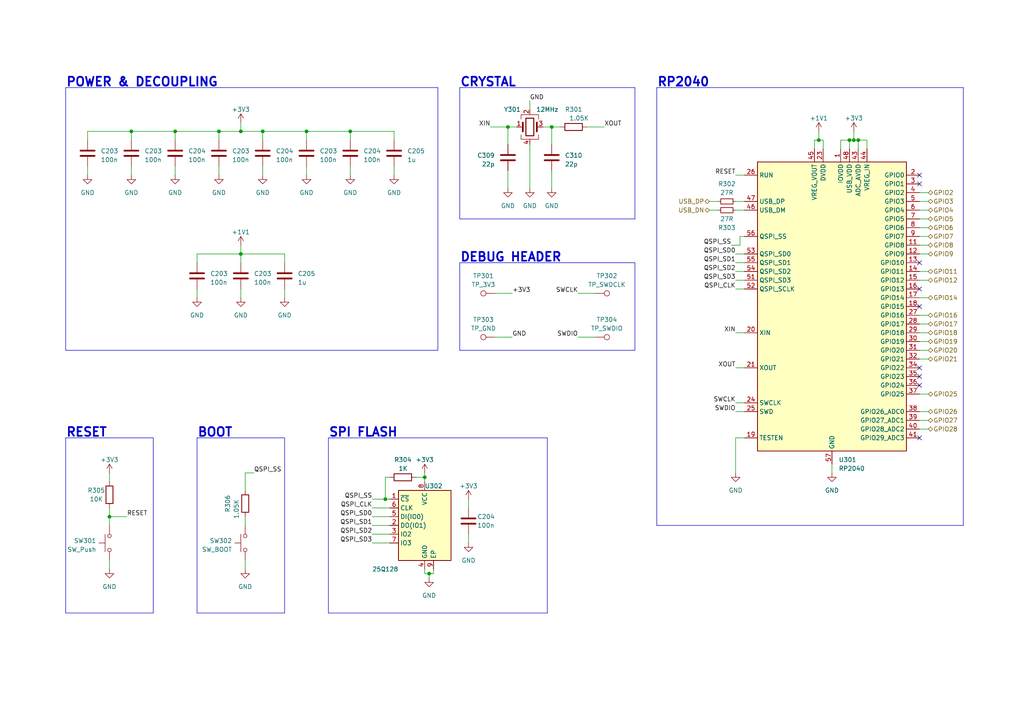
<source format=kicad_sch>
(kicad_sch (version 20230121) (generator eeschema)

  (uuid 51a97745-99ca-4f27-8f9c-a6b48293f8a0)

  (paper "A4")

  (title_block
    (title "IoT_AgriFarm")
    (date "2023-07-06")
    (rev "2.0")
    (company "sudo-junkie")
  )

  (lib_symbols
    (symbol "Connector:TestPoint" (pin_numbers hide) (pin_names (offset 0.762) hide) (in_bom yes) (on_board yes)
      (property "Reference" "TP" (at 0 6.858 0)
        (effects (font (size 1.27 1.27)))
      )
      (property "Value" "TestPoint" (at 0 5.08 0)
        (effects (font (size 1.27 1.27)))
      )
      (property "Footprint" "" (at 5.08 0 0)
        (effects (font (size 1.27 1.27)) hide)
      )
      (property "Datasheet" "~" (at 5.08 0 0)
        (effects (font (size 1.27 1.27)) hide)
      )
      (property "ki_keywords" "test point tp" (at 0 0 0)
        (effects (font (size 1.27 1.27)) hide)
      )
      (property "ki_description" "test point" (at 0 0 0)
        (effects (font (size 1.27 1.27)) hide)
      )
      (property "ki_fp_filters" "Pin* Test*" (at 0 0 0)
        (effects (font (size 1.27 1.27)) hide)
      )
      (symbol "TestPoint_0_1"
        (circle (center 0 3.302) (radius 0.762)
          (stroke (width 0) (type default))
          (fill (type none))
        )
      )
      (symbol "TestPoint_1_1"
        (pin passive line (at 0 0 90) (length 2.54)
          (name "1" (effects (font (size 1.27 1.27))))
          (number "1" (effects (font (size 1.27 1.27))))
        )
      )
    )
    (symbol "Device:C" (pin_numbers hide) (pin_names (offset 0.254)) (in_bom yes) (on_board yes)
      (property "Reference" "C" (at 0.635 2.54 0)
        (effects (font (size 1.27 1.27)) (justify left))
      )
      (property "Value" "C" (at 0.635 -2.54 0)
        (effects (font (size 1.27 1.27)) (justify left))
      )
      (property "Footprint" "" (at 0.9652 -3.81 0)
        (effects (font (size 1.27 1.27)) hide)
      )
      (property "Datasheet" "~" (at 0 0 0)
        (effects (font (size 1.27 1.27)) hide)
      )
      (property "ki_keywords" "cap capacitor" (at 0 0 0)
        (effects (font (size 1.27 1.27)) hide)
      )
      (property "ki_description" "Unpolarized capacitor" (at 0 0 0)
        (effects (font (size 1.27 1.27)) hide)
      )
      (property "ki_fp_filters" "C_*" (at 0 0 0)
        (effects (font (size 1.27 1.27)) hide)
      )
      (symbol "C_0_1"
        (polyline
          (pts
            (xy -2.032 -0.762)
            (xy 2.032 -0.762)
          )
          (stroke (width 0.508) (type default))
          (fill (type none))
        )
        (polyline
          (pts
            (xy -2.032 0.762)
            (xy 2.032 0.762)
          )
          (stroke (width 0.508) (type default))
          (fill (type none))
        )
      )
      (symbol "C_1_1"
        (pin passive line (at 0 3.81 270) (length 2.794)
          (name "~" (effects (font (size 1.27 1.27))))
          (number "1" (effects (font (size 1.27 1.27))))
        )
        (pin passive line (at 0 -3.81 90) (length 2.794)
          (name "~" (effects (font (size 1.27 1.27))))
          (number "2" (effects (font (size 1.27 1.27))))
        )
      )
    )
    (symbol "Device:Crystal_GND24" (pin_names (offset 1.016) hide) (in_bom yes) (on_board yes)
      (property "Reference" "Y" (at 3.175 5.08 0)
        (effects (font (size 1.27 1.27)) (justify left))
      )
      (property "Value" "Crystal_GND24" (at 3.175 3.175 0)
        (effects (font (size 1.27 1.27)) (justify left))
      )
      (property "Footprint" "" (at 0 0 0)
        (effects (font (size 1.27 1.27)) hide)
      )
      (property "Datasheet" "~" (at 0 0 0)
        (effects (font (size 1.27 1.27)) hide)
      )
      (property "ki_keywords" "quartz ceramic resonator oscillator" (at 0 0 0)
        (effects (font (size 1.27 1.27)) hide)
      )
      (property "ki_description" "Four pin crystal, GND on pins 2 and 4" (at 0 0 0)
        (effects (font (size 1.27 1.27)) hide)
      )
      (property "ki_fp_filters" "Crystal*" (at 0 0 0)
        (effects (font (size 1.27 1.27)) hide)
      )
      (symbol "Crystal_GND24_0_1"
        (rectangle (start -1.143 2.54) (end 1.143 -2.54)
          (stroke (width 0.3048) (type default))
          (fill (type none))
        )
        (polyline
          (pts
            (xy -2.54 0)
            (xy -2.032 0)
          )
          (stroke (width 0) (type default))
          (fill (type none))
        )
        (polyline
          (pts
            (xy -2.032 -1.27)
            (xy -2.032 1.27)
          )
          (stroke (width 0.508) (type default))
          (fill (type none))
        )
        (polyline
          (pts
            (xy 0 -3.81)
            (xy 0 -3.556)
          )
          (stroke (width 0) (type default))
          (fill (type none))
        )
        (polyline
          (pts
            (xy 0 3.556)
            (xy 0 3.81)
          )
          (stroke (width 0) (type default))
          (fill (type none))
        )
        (polyline
          (pts
            (xy 2.032 -1.27)
            (xy 2.032 1.27)
          )
          (stroke (width 0.508) (type default))
          (fill (type none))
        )
        (polyline
          (pts
            (xy 2.032 0)
            (xy 2.54 0)
          )
          (stroke (width 0) (type default))
          (fill (type none))
        )
        (polyline
          (pts
            (xy -2.54 -2.286)
            (xy -2.54 -3.556)
            (xy 2.54 -3.556)
            (xy 2.54 -2.286)
          )
          (stroke (width 0) (type default))
          (fill (type none))
        )
        (polyline
          (pts
            (xy -2.54 2.286)
            (xy -2.54 3.556)
            (xy 2.54 3.556)
            (xy 2.54 2.286)
          )
          (stroke (width 0) (type default))
          (fill (type none))
        )
      )
      (symbol "Crystal_GND24_1_1"
        (pin passive line (at -3.81 0 0) (length 1.27)
          (name "1" (effects (font (size 1.27 1.27))))
          (number "1" (effects (font (size 1.27 1.27))))
        )
        (pin passive line (at 0 5.08 270) (length 1.27)
          (name "2" (effects (font (size 1.27 1.27))))
          (number "2" (effects (font (size 1.27 1.27))))
        )
        (pin passive line (at 3.81 0 180) (length 1.27)
          (name "3" (effects (font (size 1.27 1.27))))
          (number "3" (effects (font (size 1.27 1.27))))
        )
        (pin passive line (at 0 -5.08 90) (length 1.27)
          (name "4" (effects (font (size 1.27 1.27))))
          (number "4" (effects (font (size 1.27 1.27))))
        )
      )
    )
    (symbol "Device:R" (pin_numbers hide) (pin_names (offset 0)) (in_bom yes) (on_board yes)
      (property "Reference" "R" (at 2.032 0 90)
        (effects (font (size 1.27 1.27)))
      )
      (property "Value" "R" (at 0 0 90)
        (effects (font (size 1.27 1.27)))
      )
      (property "Footprint" "" (at -1.778 0 90)
        (effects (font (size 1.27 1.27)) hide)
      )
      (property "Datasheet" "~" (at 0 0 0)
        (effects (font (size 1.27 1.27)) hide)
      )
      (property "ki_keywords" "R res resistor" (at 0 0 0)
        (effects (font (size 1.27 1.27)) hide)
      )
      (property "ki_description" "Resistor" (at 0 0 0)
        (effects (font (size 1.27 1.27)) hide)
      )
      (property "ki_fp_filters" "R_*" (at 0 0 0)
        (effects (font (size 1.27 1.27)) hide)
      )
      (symbol "R_0_1"
        (rectangle (start -1.016 -2.54) (end 1.016 2.54)
          (stroke (width 0.254) (type default))
          (fill (type none))
        )
      )
      (symbol "R_1_1"
        (pin passive line (at 0 3.81 270) (length 1.27)
          (name "~" (effects (font (size 1.27 1.27))))
          (number "1" (effects (font (size 1.27 1.27))))
        )
        (pin passive line (at 0 -3.81 90) (length 1.27)
          (name "~" (effects (font (size 1.27 1.27))))
          (number "2" (effects (font (size 1.27 1.27))))
        )
      )
    )
    (symbol "Device:R_Small" (pin_numbers hide) (pin_names (offset 0.254) hide) (in_bom yes) (on_board yes)
      (property "Reference" "R" (at 0.762 0.508 0)
        (effects (font (size 1.27 1.27)) (justify left))
      )
      (property "Value" "R_Small" (at 0.762 -1.016 0)
        (effects (font (size 1.27 1.27)) (justify left))
      )
      (property "Footprint" "" (at 0 0 0)
        (effects (font (size 1.27 1.27)) hide)
      )
      (property "Datasheet" "~" (at 0 0 0)
        (effects (font (size 1.27 1.27)) hide)
      )
      (property "ki_keywords" "R resistor" (at 0 0 0)
        (effects (font (size 1.27 1.27)) hide)
      )
      (property "ki_description" "Resistor, small symbol" (at 0 0 0)
        (effects (font (size 1.27 1.27)) hide)
      )
      (property "ki_fp_filters" "R_*" (at 0 0 0)
        (effects (font (size 1.27 1.27)) hide)
      )
      (symbol "R_Small_0_1"
        (rectangle (start -0.762 1.778) (end 0.762 -1.778)
          (stroke (width 0.2032) (type default))
          (fill (type none))
        )
      )
      (symbol "R_Small_1_1"
        (pin passive line (at 0 2.54 270) (length 0.762)
          (name "~" (effects (font (size 1.27 1.27))))
          (number "1" (effects (font (size 1.27 1.27))))
        )
        (pin passive line (at 0 -2.54 90) (length 0.762)
          (name "~" (effects (font (size 1.27 1.27))))
          (number "2" (effects (font (size 1.27 1.27))))
        )
      )
    )
    (symbol "MCU_RaspberryPi:RP2040" (in_bom yes) (on_board yes)
      (property "Reference" "U" (at 17.78 45.72 0)
        (effects (font (size 1.27 1.27)))
      )
      (property "Value" "RP2040" (at 17.78 43.18 0)
        (effects (font (size 1.27 1.27)))
      )
      (property "Footprint" "Package_DFN_QFN:QFN-56-1EP_7x7mm_P0.4mm_EP3.2x3.2mm" (at 0 0 0)
        (effects (font (size 1.27 1.27)) hide)
      )
      (property "Datasheet" "https://datasheets.raspberrypi.com/rp2040/rp2040-datasheet.pdf" (at 0 0 0)
        (effects (font (size 1.27 1.27)) hide)
      )
      (property "ki_keywords" "RP2040 ARM Cortex-M0+ USB" (at 0 0 0)
        (effects (font (size 1.27 1.27)) hide)
      )
      (property "ki_description" "A microcontroller by Raspberry Pi" (at 0 0 0)
        (effects (font (size 1.27 1.27)) hide)
      )
      (property "ki_fp_filters" "QFN*1EP*7x7mm?P0.4mm*" (at 0 0 0)
        (effects (font (size 1.27 1.27)) hide)
      )
      (symbol "RP2040_0_1"
        (rectangle (start -21.59 41.91) (end 21.59 -41.91)
          (stroke (width 0.254) (type default))
          (fill (type background))
        )
      )
      (symbol "RP2040_1_1"
        (pin power_in line (at 2.54 45.72 270) (length 3.81)
          (name "IOVDD" (effects (font (size 1.27 1.27))))
          (number "1" (effects (font (size 1.27 1.27))))
        )
        (pin passive line (at 2.54 45.72 270) (length 3.81) hide
          (name "IOVDD" (effects (font (size 1.27 1.27))))
          (number "10" (effects (font (size 1.27 1.27))))
        )
        (pin bidirectional line (at 25.4 17.78 180) (length 3.81)
          (name "GPIO8" (effects (font (size 1.27 1.27))))
          (number "11" (effects (font (size 1.27 1.27))))
        )
        (pin bidirectional line (at 25.4 15.24 180) (length 3.81)
          (name "GPIO9" (effects (font (size 1.27 1.27))))
          (number "12" (effects (font (size 1.27 1.27))))
        )
        (pin bidirectional line (at 25.4 12.7 180) (length 3.81)
          (name "GPIO10" (effects (font (size 1.27 1.27))))
          (number "13" (effects (font (size 1.27 1.27))))
        )
        (pin bidirectional line (at 25.4 10.16 180) (length 3.81)
          (name "GPIO11" (effects (font (size 1.27 1.27))))
          (number "14" (effects (font (size 1.27 1.27))))
        )
        (pin bidirectional line (at 25.4 7.62 180) (length 3.81)
          (name "GPIO12" (effects (font (size 1.27 1.27))))
          (number "15" (effects (font (size 1.27 1.27))))
        )
        (pin bidirectional line (at 25.4 5.08 180) (length 3.81)
          (name "GPIO13" (effects (font (size 1.27 1.27))))
          (number "16" (effects (font (size 1.27 1.27))))
        )
        (pin bidirectional line (at 25.4 2.54 180) (length 3.81)
          (name "GPIO14" (effects (font (size 1.27 1.27))))
          (number "17" (effects (font (size 1.27 1.27))))
        )
        (pin bidirectional line (at 25.4 0 180) (length 3.81)
          (name "GPIO15" (effects (font (size 1.27 1.27))))
          (number "18" (effects (font (size 1.27 1.27))))
        )
        (pin input line (at -25.4 -38.1 0) (length 3.81)
          (name "TESTEN" (effects (font (size 1.27 1.27))))
          (number "19" (effects (font (size 1.27 1.27))))
        )
        (pin bidirectional line (at 25.4 38.1 180) (length 3.81)
          (name "GPIO0" (effects (font (size 1.27 1.27))))
          (number "2" (effects (font (size 1.27 1.27))))
        )
        (pin input line (at -25.4 -7.62 0) (length 3.81)
          (name "XIN" (effects (font (size 1.27 1.27))))
          (number "20" (effects (font (size 1.27 1.27))))
        )
        (pin passive line (at -25.4 -17.78 0) (length 3.81)
          (name "XOUT" (effects (font (size 1.27 1.27))))
          (number "21" (effects (font (size 1.27 1.27))))
        )
        (pin passive line (at 2.54 45.72 270) (length 3.81) hide
          (name "IOVDD" (effects (font (size 1.27 1.27))))
          (number "22" (effects (font (size 1.27 1.27))))
        )
        (pin power_in line (at -2.54 45.72 270) (length 3.81)
          (name "DVDD" (effects (font (size 1.27 1.27))))
          (number "23" (effects (font (size 1.27 1.27))))
        )
        (pin output line (at -25.4 -27.94 0) (length 3.81)
          (name "SWCLK" (effects (font (size 1.27 1.27))))
          (number "24" (effects (font (size 1.27 1.27))))
        )
        (pin bidirectional line (at -25.4 -30.48 0) (length 3.81)
          (name "SWD" (effects (font (size 1.27 1.27))))
          (number "25" (effects (font (size 1.27 1.27))))
        )
        (pin input line (at -25.4 38.1 0) (length 3.81)
          (name "RUN" (effects (font (size 1.27 1.27))))
          (number "26" (effects (font (size 1.27 1.27))))
        )
        (pin bidirectional line (at 25.4 -2.54 180) (length 3.81)
          (name "GPIO16" (effects (font (size 1.27 1.27))))
          (number "27" (effects (font (size 1.27 1.27))))
        )
        (pin bidirectional line (at 25.4 -5.08 180) (length 3.81)
          (name "GPIO17" (effects (font (size 1.27 1.27))))
          (number "28" (effects (font (size 1.27 1.27))))
        )
        (pin bidirectional line (at 25.4 -7.62 180) (length 3.81)
          (name "GPIO18" (effects (font (size 1.27 1.27))))
          (number "29" (effects (font (size 1.27 1.27))))
        )
        (pin bidirectional line (at 25.4 35.56 180) (length 3.81)
          (name "GPIO1" (effects (font (size 1.27 1.27))))
          (number "3" (effects (font (size 1.27 1.27))))
        )
        (pin bidirectional line (at 25.4 -10.16 180) (length 3.81)
          (name "GPIO19" (effects (font (size 1.27 1.27))))
          (number "30" (effects (font (size 1.27 1.27))))
        )
        (pin bidirectional line (at 25.4 -12.7 180) (length 3.81)
          (name "GPIO20" (effects (font (size 1.27 1.27))))
          (number "31" (effects (font (size 1.27 1.27))))
        )
        (pin bidirectional line (at 25.4 -15.24 180) (length 3.81)
          (name "GPIO21" (effects (font (size 1.27 1.27))))
          (number "32" (effects (font (size 1.27 1.27))))
        )
        (pin passive line (at 2.54 45.72 270) (length 3.81) hide
          (name "IOVDD" (effects (font (size 1.27 1.27))))
          (number "33" (effects (font (size 1.27 1.27))))
        )
        (pin bidirectional line (at 25.4 -17.78 180) (length 3.81)
          (name "GPIO22" (effects (font (size 1.27 1.27))))
          (number "34" (effects (font (size 1.27 1.27))))
        )
        (pin bidirectional line (at 25.4 -20.32 180) (length 3.81)
          (name "GPIO23" (effects (font (size 1.27 1.27))))
          (number "35" (effects (font (size 1.27 1.27))))
        )
        (pin bidirectional line (at 25.4 -22.86 180) (length 3.81)
          (name "GPIO24" (effects (font (size 1.27 1.27))))
          (number "36" (effects (font (size 1.27 1.27))))
        )
        (pin bidirectional line (at 25.4 -25.4 180) (length 3.81)
          (name "GPIO25" (effects (font (size 1.27 1.27))))
          (number "37" (effects (font (size 1.27 1.27))))
        )
        (pin bidirectional line (at 25.4 -30.48 180) (length 3.81)
          (name "GPIO26_ADC0" (effects (font (size 1.27 1.27))))
          (number "38" (effects (font (size 1.27 1.27))))
        )
        (pin bidirectional line (at 25.4 -33.02 180) (length 3.81)
          (name "GPIO27_ADC1" (effects (font (size 1.27 1.27))))
          (number "39" (effects (font (size 1.27 1.27))))
        )
        (pin bidirectional line (at 25.4 33.02 180) (length 3.81)
          (name "GPIO2" (effects (font (size 1.27 1.27))))
          (number "4" (effects (font (size 1.27 1.27))))
        )
        (pin bidirectional line (at 25.4 -35.56 180) (length 3.81)
          (name "GPIO28_ADC2" (effects (font (size 1.27 1.27))))
          (number "40" (effects (font (size 1.27 1.27))))
        )
        (pin bidirectional line (at 25.4 -38.1 180) (length 3.81)
          (name "GPIO29_ADC3" (effects (font (size 1.27 1.27))))
          (number "41" (effects (font (size 1.27 1.27))))
        )
        (pin passive line (at 2.54 45.72 270) (length 3.81) hide
          (name "IOVDD" (effects (font (size 1.27 1.27))))
          (number "42" (effects (font (size 1.27 1.27))))
        )
        (pin power_in line (at 7.62 45.72 270) (length 3.81)
          (name "ADC_AVDD" (effects (font (size 1.27 1.27))))
          (number "43" (effects (font (size 1.27 1.27))))
        )
        (pin power_in line (at 10.16 45.72 270) (length 3.81)
          (name "VREG_IN" (effects (font (size 1.27 1.27))))
          (number "44" (effects (font (size 1.27 1.27))))
        )
        (pin power_out line (at -5.08 45.72 270) (length 3.81)
          (name "VREG_VOUT" (effects (font (size 1.27 1.27))))
          (number "45" (effects (font (size 1.27 1.27))))
        )
        (pin bidirectional line (at -25.4 27.94 0) (length 3.81)
          (name "USB_DM" (effects (font (size 1.27 1.27))))
          (number "46" (effects (font (size 1.27 1.27))))
        )
        (pin bidirectional line (at -25.4 30.48 0) (length 3.81)
          (name "USB_DP" (effects (font (size 1.27 1.27))))
          (number "47" (effects (font (size 1.27 1.27))))
        )
        (pin power_in line (at 5.08 45.72 270) (length 3.81)
          (name "USB_VDD" (effects (font (size 1.27 1.27))))
          (number "48" (effects (font (size 1.27 1.27))))
        )
        (pin passive line (at 2.54 45.72 270) (length 3.81) hide
          (name "IOVDD" (effects (font (size 1.27 1.27))))
          (number "49" (effects (font (size 1.27 1.27))))
        )
        (pin bidirectional line (at 25.4 30.48 180) (length 3.81)
          (name "GPIO3" (effects (font (size 1.27 1.27))))
          (number "5" (effects (font (size 1.27 1.27))))
        )
        (pin passive line (at -2.54 45.72 270) (length 3.81) hide
          (name "DVDD" (effects (font (size 1.27 1.27))))
          (number "50" (effects (font (size 1.27 1.27))))
        )
        (pin bidirectional line (at -25.4 7.62 0) (length 3.81)
          (name "QSPI_SD3" (effects (font (size 1.27 1.27))))
          (number "51" (effects (font (size 1.27 1.27))))
        )
        (pin output line (at -25.4 5.08 0) (length 3.81)
          (name "QSPI_SCLK" (effects (font (size 1.27 1.27))))
          (number "52" (effects (font (size 1.27 1.27))))
        )
        (pin bidirectional line (at -25.4 15.24 0) (length 3.81)
          (name "QSPI_SD0" (effects (font (size 1.27 1.27))))
          (number "53" (effects (font (size 1.27 1.27))))
        )
        (pin bidirectional line (at -25.4 10.16 0) (length 3.81)
          (name "QSPI_SD2" (effects (font (size 1.27 1.27))))
          (number "54" (effects (font (size 1.27 1.27))))
        )
        (pin bidirectional line (at -25.4 12.7 0) (length 3.81)
          (name "QSPI_SD1" (effects (font (size 1.27 1.27))))
          (number "55" (effects (font (size 1.27 1.27))))
        )
        (pin bidirectional line (at -25.4 20.32 0) (length 3.81)
          (name "QSPI_SS" (effects (font (size 1.27 1.27))))
          (number "56" (effects (font (size 1.27 1.27))))
        )
        (pin power_in line (at 0 -45.72 90) (length 3.81)
          (name "GND" (effects (font (size 1.27 1.27))))
          (number "57" (effects (font (size 1.27 1.27))))
        )
        (pin bidirectional line (at 25.4 27.94 180) (length 3.81)
          (name "GPIO4" (effects (font (size 1.27 1.27))))
          (number "6" (effects (font (size 1.27 1.27))))
        )
        (pin bidirectional line (at 25.4 25.4 180) (length 3.81)
          (name "GPIO5" (effects (font (size 1.27 1.27))))
          (number "7" (effects (font (size 1.27 1.27))))
        )
        (pin bidirectional line (at 25.4 22.86 180) (length 3.81)
          (name "GPIO6" (effects (font (size 1.27 1.27))))
          (number "8" (effects (font (size 1.27 1.27))))
        )
        (pin bidirectional line (at 25.4 20.32 180) (length 3.81)
          (name "GPIO7" (effects (font (size 1.27 1.27))))
          (number "9" (effects (font (size 1.27 1.27))))
        )
      )
    )
    (symbol "Memory_Flash:W25Q32JVZP" (in_bom yes) (on_board yes)
      (property "Reference" "U" (at -6.35 11.43 0)
        (effects (font (size 1.27 1.27)))
      )
      (property "Value" "W25Q32JVZP" (at 7.62 11.43 0)
        (effects (font (size 1.27 1.27)))
      )
      (property "Footprint" "Package_SON:WSON-8-1EP_6x5mm_P1.27mm_EP3.4x4.3mm" (at 0 0 0)
        (effects (font (size 1.27 1.27)) hide)
      )
      (property "Datasheet" "http://www.winbond.com/resource-files/w25q32jv%20revg%2003272018%20plus.pdf" (at 0 -2.54 0)
        (effects (font (size 1.27 1.27)) hide)
      )
      (property "ki_keywords" "flash memory SPI" (at 0 0 0)
        (effects (font (size 1.27 1.27)) hide)
      )
      (property "ki_description" "32Mb Serial Flash Memory, Standard/Dual/Quad SPI, DFN-8" (at 0 0 0)
        (effects (font (size 1.27 1.27)) hide)
      )
      (property "ki_fp_filters" "WSON*1EP*6x5mm*P1.27mm*" (at 0 0 0)
        (effects (font (size 1.27 1.27)) hide)
      )
      (symbol "W25Q32JVZP_0_1"
        (rectangle (start -7.62 10.16) (end 7.62 -10.16)
          (stroke (width 0.254) (type default))
          (fill (type background))
        )
      )
      (symbol "W25Q32JVZP_1_1"
        (pin input line (at -10.16 7.62 0) (length 2.54)
          (name "~{CS}" (effects (font (size 1.27 1.27))))
          (number "1" (effects (font (size 1.27 1.27))))
        )
        (pin bidirectional line (at -10.16 0 0) (length 2.54)
          (name "DO(IO1)" (effects (font (size 1.27 1.27))))
          (number "2" (effects (font (size 1.27 1.27))))
        )
        (pin bidirectional line (at -10.16 -2.54 0) (length 2.54)
          (name "IO2" (effects (font (size 1.27 1.27))))
          (number "3" (effects (font (size 1.27 1.27))))
        )
        (pin power_in line (at 0 -12.7 90) (length 2.54)
          (name "GND" (effects (font (size 1.27 1.27))))
          (number "4" (effects (font (size 1.27 1.27))))
        )
        (pin bidirectional line (at -10.16 2.54 0) (length 2.54)
          (name "DI(IO0)" (effects (font (size 1.27 1.27))))
          (number "5" (effects (font (size 1.27 1.27))))
        )
        (pin input line (at -10.16 5.08 0) (length 2.54)
          (name "CLK" (effects (font (size 1.27 1.27))))
          (number "6" (effects (font (size 1.27 1.27))))
        )
        (pin bidirectional line (at -10.16 -5.08 0) (length 2.54)
          (name "IO3" (effects (font (size 1.27 1.27))))
          (number "7" (effects (font (size 1.27 1.27))))
        )
        (pin power_in line (at 0 12.7 270) (length 2.54)
          (name "VCC" (effects (font (size 1.27 1.27))))
          (number "8" (effects (font (size 1.27 1.27))))
        )
        (pin passive line (at 2.54 -12.7 90) (length 2.54)
          (name "EP" (effects (font (size 1.27 1.27))))
          (number "9" (effects (font (size 1.27 1.27))))
        )
      )
    )
    (symbol "Switch:SW_Push" (pin_numbers hide) (pin_names (offset 1.016) hide) (in_bom yes) (on_board yes)
      (property "Reference" "SW" (at 1.27 2.54 0)
        (effects (font (size 1.27 1.27)) (justify left))
      )
      (property "Value" "SW_Push" (at 0 -1.524 0)
        (effects (font (size 1.27 1.27)))
      )
      (property "Footprint" "" (at 0 5.08 0)
        (effects (font (size 1.27 1.27)) hide)
      )
      (property "Datasheet" "~" (at 0 5.08 0)
        (effects (font (size 1.27 1.27)) hide)
      )
      (property "ki_keywords" "switch normally-open pushbutton push-button" (at 0 0 0)
        (effects (font (size 1.27 1.27)) hide)
      )
      (property "ki_description" "Push button switch, generic, two pins" (at 0 0 0)
        (effects (font (size 1.27 1.27)) hide)
      )
      (symbol "SW_Push_0_1"
        (circle (center -2.032 0) (radius 0.508)
          (stroke (width 0) (type default))
          (fill (type none))
        )
        (polyline
          (pts
            (xy 0 1.27)
            (xy 0 3.048)
          )
          (stroke (width 0) (type default))
          (fill (type none))
        )
        (polyline
          (pts
            (xy 2.54 1.27)
            (xy -2.54 1.27)
          )
          (stroke (width 0) (type default))
          (fill (type none))
        )
        (circle (center 2.032 0) (radius 0.508)
          (stroke (width 0) (type default))
          (fill (type none))
        )
        (pin passive line (at -5.08 0 0) (length 2.54)
          (name "1" (effects (font (size 1.27 1.27))))
          (number "1" (effects (font (size 1.27 1.27))))
        )
        (pin passive line (at 5.08 0 180) (length 2.54)
          (name "2" (effects (font (size 1.27 1.27))))
          (number "2" (effects (font (size 1.27 1.27))))
        )
      )
    )
    (symbol "power:+1V1" (power) (pin_names (offset 0)) (in_bom yes) (on_board yes)
      (property "Reference" "#PWR" (at 0 -3.81 0)
        (effects (font (size 1.27 1.27)) hide)
      )
      (property "Value" "+1V1" (at 0 3.556 0)
        (effects (font (size 1.27 1.27)))
      )
      (property "Footprint" "" (at 0 0 0)
        (effects (font (size 1.27 1.27)) hide)
      )
      (property "Datasheet" "" (at 0 0 0)
        (effects (font (size 1.27 1.27)) hide)
      )
      (property "ki_keywords" "global power" (at 0 0 0)
        (effects (font (size 1.27 1.27)) hide)
      )
      (property "ki_description" "Power symbol creates a global label with name \"+1V1\"" (at 0 0 0)
        (effects (font (size 1.27 1.27)) hide)
      )
      (symbol "+1V1_0_1"
        (polyline
          (pts
            (xy -0.762 1.27)
            (xy 0 2.54)
          )
          (stroke (width 0) (type default))
          (fill (type none))
        )
        (polyline
          (pts
            (xy 0 0)
            (xy 0 2.54)
          )
          (stroke (width 0) (type default))
          (fill (type none))
        )
        (polyline
          (pts
            (xy 0 2.54)
            (xy 0.762 1.27)
          )
          (stroke (width 0) (type default))
          (fill (type none))
        )
      )
      (symbol "+1V1_1_1"
        (pin power_in line (at 0 0 90) (length 0) hide
          (name "+1V1" (effects (font (size 1.27 1.27))))
          (number "1" (effects (font (size 1.27 1.27))))
        )
      )
    )
    (symbol "power:+3V3" (power) (pin_names (offset 0)) (in_bom yes) (on_board yes)
      (property "Reference" "#PWR" (at 0 -3.81 0)
        (effects (font (size 1.27 1.27)) hide)
      )
      (property "Value" "+3V3" (at 0 3.556 0)
        (effects (font (size 1.27 1.27)))
      )
      (property "Footprint" "" (at 0 0 0)
        (effects (font (size 1.27 1.27)) hide)
      )
      (property "Datasheet" "" (at 0 0 0)
        (effects (font (size 1.27 1.27)) hide)
      )
      (property "ki_keywords" "global power" (at 0 0 0)
        (effects (font (size 1.27 1.27)) hide)
      )
      (property "ki_description" "Power symbol creates a global label with name \"+3V3\"" (at 0 0 0)
        (effects (font (size 1.27 1.27)) hide)
      )
      (symbol "+3V3_0_1"
        (polyline
          (pts
            (xy -0.762 1.27)
            (xy 0 2.54)
          )
          (stroke (width 0) (type default))
          (fill (type none))
        )
        (polyline
          (pts
            (xy 0 0)
            (xy 0 2.54)
          )
          (stroke (width 0) (type default))
          (fill (type none))
        )
        (polyline
          (pts
            (xy 0 2.54)
            (xy 0.762 1.27)
          )
          (stroke (width 0) (type default))
          (fill (type none))
        )
      )
      (symbol "+3V3_1_1"
        (pin power_in line (at 0 0 90) (length 0) hide
          (name "+3V3" (effects (font (size 1.27 1.27))))
          (number "1" (effects (font (size 1.27 1.27))))
        )
      )
    )
    (symbol "power:GND" (power) (pin_names (offset 0)) (in_bom yes) (on_board yes)
      (property "Reference" "#PWR" (at 0 -6.35 0)
        (effects (font (size 1.27 1.27)) hide)
      )
      (property "Value" "GND" (at 0 -3.81 0)
        (effects (font (size 1.27 1.27)))
      )
      (property "Footprint" "" (at 0 0 0)
        (effects (font (size 1.27 1.27)) hide)
      )
      (property "Datasheet" "" (at 0 0 0)
        (effects (font (size 1.27 1.27)) hide)
      )
      (property "ki_keywords" "global power" (at 0 0 0)
        (effects (font (size 1.27 1.27)) hide)
      )
      (property "ki_description" "Power symbol creates a global label with name \"GND\" , ground" (at 0 0 0)
        (effects (font (size 1.27 1.27)) hide)
      )
      (symbol "GND_0_1"
        (polyline
          (pts
            (xy 0 0)
            (xy 0 -1.27)
            (xy 1.27 -1.27)
            (xy 0 -2.54)
            (xy -1.27 -1.27)
            (xy 0 -1.27)
          )
          (stroke (width 0) (type default))
          (fill (type none))
        )
      )
      (symbol "GND_1_1"
        (pin power_in line (at 0 0 270) (length 0) hide
          (name "GND" (effects (font (size 1.27 1.27))))
          (number "1" (effects (font (size 1.27 1.27))))
        )
      )
    )
  )

  (junction (at 69.85 73.66) (diameter 0) (color 0 0 0 0)
    (uuid 0c9dd489-7fac-4937-8ec0-9520a2c60cb1)
  )
  (junction (at 246.38 40.64) (diameter 0) (color 0 0 0 0)
    (uuid 0d43acfe-1e49-4e24-b990-2fcdad17a303)
  )
  (junction (at 31.75 149.86) (diameter 0) (color 0 0 0 0)
    (uuid 235df0a3-3cd6-41ab-89bb-2092353e7f38)
  )
  (junction (at 101.6 38.1) (diameter 0) (color 0 0 0 0)
    (uuid 318ea950-d18f-4f02-be94-c26a2a9815f8)
  )
  (junction (at 160.02 36.83) (diameter 0) (color 0 0 0 0)
    (uuid 37d4effe-bdc7-4f85-ab4b-d7a548152a2b)
  )
  (junction (at 248.92 40.64) (diameter 0) (color 0 0 0 0)
    (uuid 3c0be99f-7067-4f22-b30c-9e7695b3e50f)
  )
  (junction (at 147.32 36.83) (diameter 0) (color 0 0 0 0)
    (uuid 3fd5eb46-d19c-4308-9f54-9f1150c61de9)
  )
  (junction (at 63.5 38.1) (diameter 0) (color 0 0 0 0)
    (uuid 47150d58-b8fb-4dd2-91ec-01b9cb77a8a8)
  )
  (junction (at 76.2 38.1) (diameter 0) (color 0 0 0 0)
    (uuid 6cb6f2db-c2ac-439e-85ff-361c85d661b1)
  )
  (junction (at 237.49 40.64) (diameter 0) (color 0 0 0 0)
    (uuid 76321d9c-cc24-4b98-a5a4-bc9e1f32de05)
  )
  (junction (at 88.9 38.1) (diameter 0) (color 0 0 0 0)
    (uuid 956f869c-3129-4b1a-9195-85bc008d789b)
  )
  (junction (at 69.85 38.1) (diameter 0) (color 0 0 0 0)
    (uuid 9e55b535-8a84-43a0-9c94-73748bee6883)
  )
  (junction (at 111.76 144.78) (diameter 0) (color 0 0 0 0)
    (uuid b8fdfa84-6240-4836-8840-92df0453d677)
  )
  (junction (at 38.1 38.1) (diameter 0) (color 0 0 0 0)
    (uuid da2b62d2-29b6-45ae-9493-00020f80b34e)
  )
  (junction (at 124.46 166.37) (diameter 0) (color 0 0 0 0)
    (uuid de2f5618-613a-4cc2-b23b-3f11a3ae6041)
  )
  (junction (at 50.8 38.1) (diameter 0) (color 0 0 0 0)
    (uuid de9a0217-3b0e-4fc7-91cc-816f88f041e0)
  )
  (junction (at 247.65 40.64) (diameter 0) (color 0 0 0 0)
    (uuid e1c19a3b-8fe4-4d0f-b4b4-fa947f16933e)
  )
  (junction (at 123.19 138.43) (diameter 0) (color 0 0 0 0)
    (uuid f442dda7-cf1a-42f6-8578-ebfa1d69a428)
  )

  (no_connect (at 266.7 76.2) (uuid 0228ab3f-b57a-4567-97b2-37e4dd3f90c0))
  (no_connect (at 266.7 106.68) (uuid 0c9028b5-f29d-4153-b2e3-0f952bd27189))
  (no_connect (at 266.7 50.8) (uuid 16082387-237f-4c61-bf88-fd8a4ae66af8))
  (no_connect (at 266.7 109.22) (uuid 1df4cd5f-c003-423b-b9b5-5e337ab69444))
  (no_connect (at 266.7 83.82) (uuid 4a522ce8-1a75-413b-94b6-2cc347191c17))
  (no_connect (at 266.7 111.76) (uuid 7086a75d-d70e-4fd9-bff0-c9ed51597c90))
  (no_connect (at 266.7 88.9) (uuid 90e43fd6-a7d3-4f44-8cb1-5ebe49a37859))
  (no_connect (at 266.7 53.34) (uuid a646690b-1650-4cab-bfb0-936bf9f493ab))
  (no_connect (at 266.7 127) (uuid d0a26ac3-664b-4cf3-95e2-a7edb5fc06dc))

  (wire (pts (xy 63.5 48.26) (xy 63.5 50.8))
    (stroke (width 0) (type default))
    (uuid 01050cee-495a-4cde-8f32-afe61755dc60)
  )
  (wire (pts (xy 50.8 38.1) (xy 50.8 40.64))
    (stroke (width 0) (type default))
    (uuid 02a71bc4-118d-4c67-96e0-8f7ad68c65b4)
  )
  (wire (pts (xy 266.7 119.38) (xy 269.24 119.38))
    (stroke (width 0) (type default))
    (uuid 03088af0-7f8c-4ae7-a4f2-45f90588bdb2)
  )
  (wire (pts (xy 25.4 38.1) (xy 38.1 38.1))
    (stroke (width 0) (type default))
    (uuid 0337821e-5d57-414d-b6b1-789e04bc38f9)
  )
  (wire (pts (xy 266.7 66.04) (xy 269.24 66.04))
    (stroke (width 0) (type default))
    (uuid 04a1e6aa-c64f-4d2e-9a78-884b7442b44f)
  )
  (wire (pts (xy 107.95 152.4) (xy 113.03 152.4))
    (stroke (width 0) (type default))
    (uuid 059081c6-5d7c-42a3-818c-8f81ebf05e94)
  )
  (wire (pts (xy 107.95 149.86) (xy 113.03 149.86))
    (stroke (width 0) (type default))
    (uuid 05c26794-94c8-4738-aa23-bf6214687434)
  )
  (wire (pts (xy 88.9 38.1) (xy 88.9 40.64))
    (stroke (width 0) (type default))
    (uuid 05f46d6d-f69d-46c6-8d29-e92ecd2df3de)
  )
  (wire (pts (xy 63.5 38.1) (xy 63.5 40.64))
    (stroke (width 0) (type default))
    (uuid 06f43ca2-b4d6-48e1-909c-1771a09c8942)
  )
  (wire (pts (xy 205.74 58.42) (xy 208.28 58.42))
    (stroke (width 0) (type default))
    (uuid 08dfe20c-6a96-4311-a3ce-0260ba4e66a1)
  )
  (wire (pts (xy 266.7 81.28) (xy 269.24 81.28))
    (stroke (width 0) (type default))
    (uuid 0930b640-ddef-4ac3-acae-fdd9e775fb24)
  )
  (wire (pts (xy 213.36 127) (xy 213.36 137.16))
    (stroke (width 0) (type default))
    (uuid 09546e6a-a7d4-4906-8b66-9c0006e27960)
  )
  (wire (pts (xy 266.7 96.52) (xy 269.24 96.52))
    (stroke (width 0) (type default))
    (uuid 09be6aa3-2a93-4c57-9643-a01a3685a441)
  )
  (polyline (pts (xy 158.75 177.8) (xy 95.25 177.8))
    (stroke (width 0) (type default))
    (uuid 0a3a2e32-7a30-4092-b4f3-871f3b08b2c4)
  )

  (wire (pts (xy 266.7 68.58) (xy 269.24 68.58))
    (stroke (width 0) (type default))
    (uuid 0b634c16-58b8-4eff-8779-184a4b43fec8)
  )
  (wire (pts (xy 147.32 36.83) (xy 147.32 41.91))
    (stroke (width 0) (type default))
    (uuid 0b64dcc9-d252-4977-9c8b-419ac959b701)
  )
  (wire (pts (xy 212.09 71.12) (xy 214.63 71.12))
    (stroke (width 0) (type default))
    (uuid 0d4f6cee-e460-47a1-a711-594384c6d33b)
  )
  (wire (pts (xy 123.19 137.16) (xy 123.19 138.43))
    (stroke (width 0) (type default))
    (uuid 0fa69311-c4b4-4339-acd4-5b9e03f8426c)
  )
  (wire (pts (xy 69.85 35.56) (xy 69.85 38.1))
    (stroke (width 0) (type default))
    (uuid 139ec34e-b268-4366-b4cb-3e3bb5ea58c8)
  )
  (wire (pts (xy 143.51 85.09) (xy 148.59 85.09))
    (stroke (width 0) (type default))
    (uuid 13d7dcd9-0812-4016-8fcb-415fe15af176)
  )
  (polyline (pts (xy 44.45 127) (xy 44.45 177.8))
    (stroke (width 0) (type default))
    (uuid 1439d524-545d-4cda-97f7-92a902a687c2)
  )
  (polyline (pts (xy 127 25.4) (xy 127 101.6))
    (stroke (width 0) (type default))
    (uuid 194beabe-d121-45dd-ba5d-c90d4338e72e)
  )

  (wire (pts (xy 266.7 93.98) (xy 269.24 93.98))
    (stroke (width 0) (type default))
    (uuid 1f1d0e42-0aab-41a5-982a-567ea1a9e934)
  )
  (wire (pts (xy 82.55 73.66) (xy 82.55 76.2))
    (stroke (width 0) (type default))
    (uuid 1fb9f5f2-6d03-4511-bc3c-432b1b9ef7d2)
  )
  (wire (pts (xy 266.7 71.12) (xy 269.24 71.12))
    (stroke (width 0) (type default))
    (uuid 202defdd-7b22-4684-b5b9-8421b985a9a8)
  )
  (polyline (pts (xy 190.5 152.4) (xy 190.5 25.4))
    (stroke (width 0) (type default))
    (uuid 25d55409-c8cb-4f9b-9aca-e9c951cff028)
  )

  (wire (pts (xy 266.7 124.46) (xy 269.24 124.46))
    (stroke (width 0) (type default))
    (uuid 25da4756-1726-4a80-91ca-0dd069d1801f)
  )
  (wire (pts (xy 266.7 114.3) (xy 269.24 114.3))
    (stroke (width 0) (type default))
    (uuid 276a2d35-7b01-4ef2-af3d-d3549f1319d3)
  )
  (wire (pts (xy 266.7 86.36) (xy 269.24 86.36))
    (stroke (width 0) (type default))
    (uuid 27876c4d-f8f9-4302-9888-9e37e9aff845)
  )
  (wire (pts (xy 69.85 38.1) (xy 76.2 38.1))
    (stroke (width 0) (type default))
    (uuid 29232409-1838-4e38-9c8e-40b2c53dc0ef)
  )
  (wire (pts (xy 213.36 81.28) (xy 215.9 81.28))
    (stroke (width 0) (type default))
    (uuid 2ad522c4-77a2-4d07-b752-409a016efb28)
  )
  (wire (pts (xy 69.85 73.66) (xy 69.85 76.2))
    (stroke (width 0) (type default))
    (uuid 2c355f71-b559-4836-9ebe-a2a8d071b805)
  )
  (wire (pts (xy 214.63 71.12) (xy 214.63 68.58))
    (stroke (width 0) (type default))
    (uuid 2f559e7b-d3d2-49f1-aa81-0b23d902e2ff)
  )
  (wire (pts (xy 153.67 29.21) (xy 153.67 31.75))
    (stroke (width 0) (type default))
    (uuid 2fae5d1c-4b06-4596-8ca4-ad679ec4e204)
  )
  (wire (pts (xy 266.7 101.6) (xy 269.24 101.6))
    (stroke (width 0) (type default))
    (uuid 35755c78-2b8a-4350-acef-66daf90c1e3e)
  )
  (polyline (pts (xy 133.35 63.5) (xy 133.35 25.4))
    (stroke (width 0) (type default))
    (uuid 35806658-86a5-4ea9-86e2-bf500b9453da)
  )

  (wire (pts (xy 71.12 142.24) (xy 71.12 137.16))
    (stroke (width 0) (type default))
    (uuid 36cdfda2-c50b-42e7-9e18-43a6fd10b6b6)
  )
  (wire (pts (xy 251.46 40.64) (xy 251.46 43.18))
    (stroke (width 0) (type default))
    (uuid 3a0dffed-a123-42b7-b5a1-f2e2c8c47cd7)
  )
  (wire (pts (xy 246.38 40.64) (xy 247.65 40.64))
    (stroke (width 0) (type default))
    (uuid 3ae8e9c6-30bc-480e-890d-66baf8ad52e5)
  )
  (wire (pts (xy 246.38 43.18) (xy 246.38 40.64))
    (stroke (width 0) (type default))
    (uuid 3cea57ef-b9b5-4acd-a4b2-1804a6dc20f7)
  )
  (wire (pts (xy 31.75 149.86) (xy 31.75 152.4))
    (stroke (width 0) (type default))
    (uuid 3e87a5f5-480e-4d02-a714-406f5b44336c)
  )
  (wire (pts (xy 31.75 137.16) (xy 31.75 139.7))
    (stroke (width 0) (type default))
    (uuid 4044eddd-5d86-41ca-bfea-a77f1baddd02)
  )
  (wire (pts (xy 88.9 38.1) (xy 101.6 38.1))
    (stroke (width 0) (type default))
    (uuid 428453eb-9450-4b3e-bc75-bc45725e0deb)
  )
  (wire (pts (xy 31.75 147.32) (xy 31.75 149.86))
    (stroke (width 0) (type default))
    (uuid 4558f7b8-5271-4c69-b4ac-c917029ae268)
  )
  (wire (pts (xy 25.4 48.26) (xy 25.4 50.8))
    (stroke (width 0) (type default))
    (uuid 456af45b-143e-4818-a516-624b7948c5b6)
  )
  (wire (pts (xy 111.76 138.43) (xy 111.76 144.78))
    (stroke (width 0) (type default))
    (uuid 4747d530-fc22-4a4b-868e-360ec6921c5b)
  )
  (wire (pts (xy 71.12 137.16) (xy 73.66 137.16))
    (stroke (width 0) (type default))
    (uuid 477dde0d-db5f-4ce1-ad5c-fddfb09cae3f)
  )
  (wire (pts (xy 63.5 38.1) (xy 69.85 38.1))
    (stroke (width 0) (type default))
    (uuid 48bb4455-330a-4520-ae25-d24bd3b46a39)
  )
  (polyline (pts (xy 133.35 25.4) (xy 184.15 25.4))
    (stroke (width 0) (type default))
    (uuid 4920b2dd-a655-41cd-8a57-198d6cca411b)
  )
  (polyline (pts (xy 184.15 76.2) (xy 184.15 101.6))
    (stroke (width 0) (type default))
    (uuid 4b5c67f0-eb3e-4c15-9023-580890c9a33d)
  )

  (wire (pts (xy 31.75 149.86) (xy 36.83 149.86))
    (stroke (width 0) (type default))
    (uuid 4bd772eb-efc2-4d95-8db0-d9b58b51ab01)
  )
  (wire (pts (xy 111.76 138.43) (xy 113.03 138.43))
    (stroke (width 0) (type default))
    (uuid 4c707a2a-d58a-4758-a8c5-682e15f816c7)
  )
  (wire (pts (xy 76.2 48.26) (xy 76.2 50.8))
    (stroke (width 0) (type default))
    (uuid 4d2233fd-1345-4603-a947-818f8fb6f21c)
  )
  (wire (pts (xy 213.36 73.66) (xy 215.9 73.66))
    (stroke (width 0) (type default))
    (uuid 4d413e2e-1415-466e-a797-d978ae245a9c)
  )
  (wire (pts (xy 57.15 73.66) (xy 57.15 76.2))
    (stroke (width 0) (type default))
    (uuid 5100e905-952f-47ec-b405-479a01adf3a9)
  )
  (wire (pts (xy 243.84 43.18) (xy 243.84 40.64))
    (stroke (width 0) (type default))
    (uuid 51349802-694d-4162-a848-2d83bea2020f)
  )
  (wire (pts (xy 266.7 104.14) (xy 269.24 104.14))
    (stroke (width 0) (type default))
    (uuid 515d5056-6bea-4698-8363-3d4e28de157d)
  )
  (wire (pts (xy 170.18 36.83) (xy 175.26 36.83))
    (stroke (width 0) (type default))
    (uuid 518d318c-23d0-49c6-87b4-c4b50b2f84f5)
  )
  (wire (pts (xy 266.7 121.92) (xy 269.24 121.92))
    (stroke (width 0) (type default))
    (uuid 525b0287-2f96-4595-be11-c538d070e42b)
  )
  (wire (pts (xy 167.64 85.09) (xy 172.72 85.09))
    (stroke (width 0) (type default))
    (uuid 54a67e4d-1db1-4ea8-b0a5-9326d4fd44c4)
  )
  (polyline (pts (xy 184.15 101.6) (xy 133.35 101.6))
    (stroke (width 0) (type default))
    (uuid 5a0cc307-2642-41b0-948d-9d1b59e11406)
  )
  (polyline (pts (xy 57.15 127) (xy 57.15 177.8))
    (stroke (width 0) (type default))
    (uuid 5a1dc831-1210-45ee-9cc6-8b12febad068)
  )

  (wire (pts (xy 111.76 144.78) (xy 113.03 144.78))
    (stroke (width 0) (type default))
    (uuid 5c1e4953-04aa-43ae-a626-183a3222ca45)
  )
  (wire (pts (xy 160.02 49.53) (xy 160.02 54.61))
    (stroke (width 0) (type default))
    (uuid 5d2eea09-f27e-4350-80bc-f742fc3d4a0f)
  )
  (wire (pts (xy 213.36 106.68) (xy 215.9 106.68))
    (stroke (width 0) (type default))
    (uuid 5e5eb909-f88f-413e-bc92-a3e496a707fb)
  )
  (wire (pts (xy 167.64 97.79) (xy 172.72 97.79))
    (stroke (width 0) (type default))
    (uuid 5eeb17c2-73eb-4356-b5cc-4c81594b0fff)
  )
  (wire (pts (xy 120.65 138.43) (xy 123.19 138.43))
    (stroke (width 0) (type default))
    (uuid 608103b3-910c-4aa2-a5fa-c915db012bf2)
  )
  (wire (pts (xy 213.36 119.38) (xy 215.9 119.38))
    (stroke (width 0) (type default))
    (uuid 641858ad-c98c-4180-828a-510915817e78)
  )
  (polyline (pts (xy 133.35 101.6) (xy 133.35 76.2))
    (stroke (width 0) (type default))
    (uuid 6475521c-681f-4c47-8413-d1719669f124)
  )

  (wire (pts (xy 107.95 147.32) (xy 113.03 147.32))
    (stroke (width 0) (type default))
    (uuid 6893a747-7a4a-48fe-a948-3a91a7c3739f)
  )
  (wire (pts (xy 101.6 48.26) (xy 101.6 50.8))
    (stroke (width 0) (type default))
    (uuid 69853d9c-c095-43dd-ae2d-636ad58fa897)
  )
  (polyline (pts (xy 279.4 152.4) (xy 190.5 152.4))
    (stroke (width 0) (type default))
    (uuid 6f1ea9c8-2012-4c2d-a30c-4f0dfc6bc779)
  )
  (polyline (pts (xy 279.4 25.4) (xy 279.4 152.4))
    (stroke (width 0) (type default))
    (uuid 6f726606-7384-4fcc-a77c-c298e709bd8b)
  )

  (wire (pts (xy 157.48 36.83) (xy 160.02 36.83))
    (stroke (width 0) (type default))
    (uuid 6f87b084-a764-45e2-bd44-d26f76ffaf7d)
  )
  (wire (pts (xy 213.36 60.96) (xy 215.9 60.96))
    (stroke (width 0) (type default))
    (uuid 6f91e857-bfc0-45e7-88dc-7f084055bdd6)
  )
  (wire (pts (xy 125.73 165.1) (xy 125.73 166.37))
    (stroke (width 0) (type default))
    (uuid 70681146-df49-412c-8497-33ff47293dec)
  )
  (wire (pts (xy 147.32 49.53) (xy 147.32 54.61))
    (stroke (width 0) (type default))
    (uuid 71d50002-863e-4936-a9e1-e35e176000c0)
  )
  (wire (pts (xy 213.36 96.52) (xy 215.9 96.52))
    (stroke (width 0) (type default))
    (uuid 71e5846b-d751-4c9c-b591-07e9a587aa9f)
  )
  (polyline (pts (xy 95.25 177.8) (xy 95.25 127))
    (stroke (width 0) (type default))
    (uuid 729048cb-f072-4090-b45e-a760e303561e)
  )

  (wire (pts (xy 160.02 36.83) (xy 162.56 36.83))
    (stroke (width 0) (type default))
    (uuid 73c9f2cc-5e28-4410-8443-d9bac55b3e33)
  )
  (wire (pts (xy 266.7 60.96) (xy 269.24 60.96))
    (stroke (width 0) (type default))
    (uuid 75bdf0c3-200c-41d1-9638-fbf0f5ff7511)
  )
  (wire (pts (xy 266.7 91.44) (xy 269.24 91.44))
    (stroke (width 0) (type default))
    (uuid 761c21aa-b97d-4662-b442-e95639e90a64)
  )
  (polyline (pts (xy 133.35 76.2) (xy 184.15 76.2))
    (stroke (width 0) (type default))
    (uuid 76442887-7985-495f-8e48-07666eec16fc)
  )

  (wire (pts (xy 266.7 63.5) (xy 269.24 63.5))
    (stroke (width 0) (type default))
    (uuid 77ac5732-d34b-4709-aa11-2b4b688ca04f)
  )
  (polyline (pts (xy 19.05 101.6) (xy 19.05 25.4))
    (stroke (width 0) (type default))
    (uuid 7984e7f5-de0d-4bc1-9afc-fa72a1752825)
  )

  (wire (pts (xy 205.74 60.96) (xy 208.28 60.96))
    (stroke (width 0) (type default))
    (uuid 7dd4bd29-63ca-4848-a1af-9bb0763c74bf)
  )
  (wire (pts (xy 266.7 73.66) (xy 269.24 73.66))
    (stroke (width 0) (type default))
    (uuid 7ff9318d-6752-41e7-9887-1f15595466e5)
  )
  (wire (pts (xy 213.36 76.2) (xy 215.9 76.2))
    (stroke (width 0) (type default))
    (uuid 80526a91-c874-483b-b2a0-ac9c15e20073)
  )
  (wire (pts (xy 266.7 55.88) (xy 269.24 55.88))
    (stroke (width 0) (type default))
    (uuid 82f47c43-e2c7-4e0b-aed5-4ab53901148b)
  )
  (wire (pts (xy 101.6 38.1) (xy 101.6 40.64))
    (stroke (width 0) (type default))
    (uuid 88f834dd-3133-408e-bf5e-89cb47ede5ce)
  )
  (polyline (pts (xy 95.25 127) (xy 158.75 127))
    (stroke (width 0) (type default))
    (uuid 8becc40e-aa66-4954-a5d3-d53488ba687d)
  )

  (wire (pts (xy 57.15 73.66) (xy 69.85 73.66))
    (stroke (width 0) (type default))
    (uuid 8c2a7ea9-5c99-40fa-8c05-f247a91a92b9)
  )
  (polyline (pts (xy 184.15 63.5) (xy 133.35 63.5))
    (stroke (width 0) (type default))
    (uuid 8e788396-9361-49f3-ac6a-039a93d2aab3)
  )

  (wire (pts (xy 124.46 166.37) (xy 124.46 167.64))
    (stroke (width 0) (type default))
    (uuid 8f36ff9a-f883-419e-93f6-b15a8bc2884d)
  )
  (wire (pts (xy 247.65 38.1) (xy 247.65 40.64))
    (stroke (width 0) (type default))
    (uuid 90305c02-0897-4303-96aa-8f0561a20f3b)
  )
  (wire (pts (xy 69.85 73.66) (xy 69.85 71.12))
    (stroke (width 0) (type default))
    (uuid 905b20fa-7fb0-41a4-8656-42b42203b948)
  )
  (wire (pts (xy 213.36 78.74) (xy 215.9 78.74))
    (stroke (width 0) (type default))
    (uuid 908801dc-5894-4dad-849f-57f4640f0088)
  )
  (wire (pts (xy 238.76 43.18) (xy 238.76 40.64))
    (stroke (width 0) (type default))
    (uuid 91faf874-28f9-4ebe-8de9-ce3ed2075eeb)
  )
  (wire (pts (xy 266.7 78.74) (xy 269.24 78.74))
    (stroke (width 0) (type default))
    (uuid 931f611d-783a-40b7-9b7c-1bf228c4ac0c)
  )
  (wire (pts (xy 241.3 134.62) (xy 241.3 137.16))
    (stroke (width 0) (type default))
    (uuid 94c46215-4a98-46e0-b97d-e8eadf3c4f87)
  )
  (wire (pts (xy 236.22 40.64) (xy 237.49 40.64))
    (stroke (width 0) (type default))
    (uuid 9a30273e-08bc-45df-bc64-8186be466961)
  )
  (polyline (pts (xy 184.15 25.4) (xy 184.15 63.5))
    (stroke (width 0) (type default))
    (uuid 9c23b82d-6c7b-40dc-81ab-5351e62a531a)
  )

  (wire (pts (xy 143.51 97.79) (xy 148.59 97.79))
    (stroke (width 0) (type default))
    (uuid 9c6f37ca-5503-4e81-ae41-f177be8998df)
  )
  (wire (pts (xy 125.73 166.37) (xy 124.46 166.37))
    (stroke (width 0) (type default))
    (uuid 9fd0efea-c707-49df-bc51-75f4d8e75dc3)
  )
  (polyline (pts (xy 44.45 177.8) (xy 19.05 177.8))
    (stroke (width 0) (type default))
    (uuid 9fee28c8-4373-4e87-8dce-4873695eddb0)
  )

  (wire (pts (xy 135.89 154.94) (xy 135.89 157.48))
    (stroke (width 0) (type default))
    (uuid a17dd0ae-8067-4913-8a6f-836ab9fd3539)
  )
  (wire (pts (xy 237.49 40.64) (xy 237.49 38.1))
    (stroke (width 0) (type default))
    (uuid a2ff38eb-f164-4af0-93a9-0a3185aba5d2)
  )
  (polyline (pts (xy 19.05 127) (xy 44.45 127))
    (stroke (width 0) (type default))
    (uuid a73f6d0d-8e4d-454e-857b-32e9018d5998)
  )

  (wire (pts (xy 243.84 40.64) (xy 246.38 40.64))
    (stroke (width 0) (type default))
    (uuid a83a37e5-6568-4761-84d2-6c17e2a3b5e9)
  )
  (wire (pts (xy 213.36 58.42) (xy 215.9 58.42))
    (stroke (width 0) (type default))
    (uuid a8a2fe08-f67c-4032-be9b-d9ac089dca3b)
  )
  (wire (pts (xy 82.55 83.82) (xy 82.55 86.36))
    (stroke (width 0) (type default))
    (uuid a9aa586a-b0be-46f3-b781-2810b5cb55bb)
  )
  (wire (pts (xy 266.7 99.06) (xy 269.24 99.06))
    (stroke (width 0) (type default))
    (uuid abec916c-211a-4a72-bea9-1a21b1ccb473)
  )
  (wire (pts (xy 153.67 41.91) (xy 153.67 54.61))
    (stroke (width 0) (type default))
    (uuid afd88b13-eb77-4a47-98b6-7aa43b48f071)
  )
  (wire (pts (xy 38.1 48.26) (xy 38.1 50.8))
    (stroke (width 0) (type default))
    (uuid b070418a-0206-4b04-bc1a-bd553572d4ed)
  )
  (wire (pts (xy 266.7 58.42) (xy 269.24 58.42))
    (stroke (width 0) (type default))
    (uuid b1966960-e036-4e8e-a6fc-423151ea2b7c)
  )
  (polyline (pts (xy 57.15 127) (xy 82.55 127))
    (stroke (width 0) (type default))
    (uuid b476c964-0f8c-48e4-b75b-547838c51cc0)
  )

  (wire (pts (xy 107.95 144.78) (xy 111.76 144.78))
    (stroke (width 0) (type default))
    (uuid b48985e9-081f-4a51-ae25-413768d962f6)
  )
  (polyline (pts (xy 82.55 177.8) (xy 57.15 177.8))
    (stroke (width 0) (type default))
    (uuid b585d3f1-95db-43aa-a36b-c9f971cda307)
  )

  (wire (pts (xy 135.89 144.78) (xy 135.89 147.32))
    (stroke (width 0) (type default))
    (uuid b7afd8ce-cee3-40c2-bf76-4ffdb0cbc9ca)
  )
  (wire (pts (xy 114.3 48.26) (xy 114.3 50.8))
    (stroke (width 0) (type default))
    (uuid b7f9bc96-00e8-4f84-ab65-7448e8219885)
  )
  (wire (pts (xy 214.63 68.58) (xy 215.9 68.58))
    (stroke (width 0) (type default))
    (uuid ba8e667d-98a8-4071-ad81-7afa23a7c873)
  )
  (wire (pts (xy 101.6 38.1) (xy 114.3 38.1))
    (stroke (width 0) (type default))
    (uuid bb3bfd94-9bc3-464f-ab9c-7666df2aaffa)
  )
  (wire (pts (xy 248.92 40.64) (xy 251.46 40.64))
    (stroke (width 0) (type default))
    (uuid bbc08bee-254f-4bff-ade3-4d4562b2ed58)
  )
  (wire (pts (xy 123.19 165.1) (xy 123.19 166.37))
    (stroke (width 0) (type default))
    (uuid bca202b9-5472-4ef9-8aa6-c9d54181f383)
  )
  (wire (pts (xy 76.2 38.1) (xy 76.2 40.64))
    (stroke (width 0) (type default))
    (uuid bcdbb4f7-a2c8-48d8-b262-f6727c049437)
  )
  (wire (pts (xy 38.1 38.1) (xy 38.1 40.64))
    (stroke (width 0) (type default))
    (uuid bfe14394-6b61-4050-b9d1-2796fe0f80c6)
  )
  (wire (pts (xy 76.2 38.1) (xy 88.9 38.1))
    (stroke (width 0) (type default))
    (uuid c2f551cc-ea84-46ac-ab66-db4b31da1d86)
  )
  (wire (pts (xy 107.95 157.48) (xy 113.03 157.48))
    (stroke (width 0) (type default))
    (uuid c328151d-8347-4f5d-850c-e6ca40caf7c2)
  )
  (wire (pts (xy 50.8 38.1) (xy 63.5 38.1))
    (stroke (width 0) (type default))
    (uuid c3adced4-b1bd-4cb8-9980-7fe314211227)
  )
  (polyline (pts (xy 158.75 127) (xy 158.75 177.8))
    (stroke (width 0) (type default))
    (uuid c993f884-e6ba-4155-80b4-192d99bd92e7)
  )

  (wire (pts (xy 25.4 38.1) (xy 25.4 40.64))
    (stroke (width 0) (type default))
    (uuid c9daa8b1-4abb-4f6f-842f-f2158884a0b8)
  )
  (wire (pts (xy 213.36 83.82) (xy 215.9 83.82))
    (stroke (width 0) (type default))
    (uuid ca21d186-1efb-46d9-9a99-abe7e11386e4)
  )
  (wire (pts (xy 147.32 36.83) (xy 149.86 36.83))
    (stroke (width 0) (type default))
    (uuid cbb93cb4-b32e-47a6-93f6-9e324a18f22c)
  )
  (wire (pts (xy 142.24 36.83) (xy 147.32 36.83))
    (stroke (width 0) (type default))
    (uuid cc5a4a94-9a35-46db-a1a9-2e4307e3d037)
  )
  (wire (pts (xy 123.19 138.43) (xy 123.19 139.7))
    (stroke (width 0) (type default))
    (uuid d16e6a56-9634-4d4b-9807-92d4b59e5078)
  )
  (wire (pts (xy 69.85 83.82) (xy 69.85 86.36))
    (stroke (width 0) (type default))
    (uuid d25bc8a8-db66-4c4f-b422-1d4cb7034370)
  )
  (wire (pts (xy 31.75 162.56) (xy 31.75 165.1))
    (stroke (width 0) (type default))
    (uuid d2aef2d3-de7d-49a1-991a-e6afa47b1218)
  )
  (polyline (pts (xy 190.5 25.4) (xy 279.4 25.4))
    (stroke (width 0) (type default))
    (uuid d3699bac-3ee5-430e-af6e-6f1278c8708e)
  )

  (wire (pts (xy 107.95 154.94) (xy 113.03 154.94))
    (stroke (width 0) (type default))
    (uuid dbe71f03-de18-4e97-9290-f2bc079b3609)
  )
  (wire (pts (xy 69.85 73.66) (xy 82.55 73.66))
    (stroke (width 0) (type default))
    (uuid dc34df5a-1253-448c-ba91-6a94a65fe66c)
  )
  (polyline (pts (xy 19.05 177.8) (xy 19.05 127))
    (stroke (width 0) (type default))
    (uuid dc7a14a2-e1b6-4950-8735-5b25e93dc451)
  )

  (wire (pts (xy 124.46 166.37) (xy 123.19 166.37))
    (stroke (width 0) (type default))
    (uuid df231967-8360-4d4b-abb9-1b3fe6489c74)
  )
  (wire (pts (xy 213.36 116.84) (xy 215.9 116.84))
    (stroke (width 0) (type default))
    (uuid e15542ec-b62d-409c-a00c-d2f0b83dbae1)
  )
  (wire (pts (xy 71.12 149.86) (xy 71.12 152.4))
    (stroke (width 0) (type default))
    (uuid e53a1550-c9ef-499f-a318-eb773b6a4f42)
  )
  (wire (pts (xy 248.92 43.18) (xy 248.92 40.64))
    (stroke (width 0) (type default))
    (uuid ea1df56b-a536-49be-a2ae-ec0d549df97c)
  )
  (wire (pts (xy 57.15 83.82) (xy 57.15 86.36))
    (stroke (width 0) (type default))
    (uuid ead99427-864a-4404-9469-4ca4cd5ee5a9)
  )
  (wire (pts (xy 160.02 36.83) (xy 160.02 41.91))
    (stroke (width 0) (type default))
    (uuid ec404098-42b5-4e74-8bc4-10283681520e)
  )
  (wire (pts (xy 114.3 38.1) (xy 114.3 40.64))
    (stroke (width 0) (type default))
    (uuid ec6c98c9-6dd3-40b5-8c33-7908173b556e)
  )
  (wire (pts (xy 247.65 40.64) (xy 248.92 40.64))
    (stroke (width 0) (type default))
    (uuid ecc71a02-eeae-47d1-9544-fe9814b49696)
  )
  (wire (pts (xy 38.1 38.1) (xy 50.8 38.1))
    (stroke (width 0) (type default))
    (uuid ecd3aa64-7e88-474b-af31-698c16ba3273)
  )
  (wire (pts (xy 71.12 162.56) (xy 71.12 165.1))
    (stroke (width 0) (type default))
    (uuid ed1353cd-5efe-4777-8527-fdd47437fc5e)
  )
  (wire (pts (xy 238.76 40.64) (xy 237.49 40.64))
    (stroke (width 0) (type default))
    (uuid eef8eea8-221c-42cc-8b7b-c2db41312251)
  )
  (wire (pts (xy 215.9 127) (xy 213.36 127))
    (stroke (width 0) (type default))
    (uuid ef07833c-f677-4663-b472-5b15f261a22d)
  )
  (polyline (pts (xy 19.05 25.4) (xy 127 25.4))
    (stroke (width 0) (type default))
    (uuid f24a1ce6-fa2f-4484-a8ef-de64d7c9b266)
  )
  (polyline (pts (xy 82.55 127) (xy 82.55 177.8))
    (stroke (width 0) (type default))
    (uuid f48dc494-8059-4e25-9d57-90553a3db2d1)
  )
  (polyline (pts (xy 127 101.6) (xy 19.05 101.6))
    (stroke (width 0) (type default))
    (uuid f694363f-3616-4b7e-952e-fa2eae34830a)
  )

  (wire (pts (xy 88.9 48.26) (xy 88.9 50.8))
    (stroke (width 0) (type default))
    (uuid f90ab836-eb82-46d0-b47c-b0287a96983b)
  )
  (wire (pts (xy 236.22 43.18) (xy 236.22 40.64))
    (stroke (width 0) (type default))
    (uuid fc7ca9e7-d7ff-4516-8d1f-fc988f56bec3)
  )
  (wire (pts (xy 50.8 48.26) (xy 50.8 50.8))
    (stroke (width 0) (type default))
    (uuid fcf5af3d-4b2c-4f9e-9380-d34cc774fa5b)
  )
  (wire (pts (xy 213.36 50.8) (xy 215.9 50.8))
    (stroke (width 0) (type default))
    (uuid fe3f9619-7e36-404f-8051-49f709d30eba)
  )

  (text "CRYSTAL" (at 133.35 25.4 0)
    (effects (font (size 2.54 2.54) bold) (justify left bottom))
    (uuid 070ff3d2-7a98-4ad7-af40-b405f8746105)
  )
  (text "RP2040" (at 190.5 25.4 0)
    (effects (font (size 2.54 2.54) bold) (justify left bottom))
    (uuid 1c69dad6-ca7c-4d3d-8570-fc0de1eb7178)
  )
  (text "SPI FLASH" (at 95.25 127 0)
    (effects (font (size 2.54 2.54) bold) (justify left bottom))
    (uuid 676cbf1a-4829-4889-9913-7c5a8c19292d)
  )
  (text "BOOT" (at 57.15 127 0)
    (effects (font (size 2.54 2.54) bold) (justify left bottom))
    (uuid 6feb1fdd-33d8-49fd-bc3b-4ca781569e26)
  )
  (text "DEBUG HEADER\n" (at 133.35 76.2 0)
    (effects (font (size 2.54 2.54) bold) (justify left bottom))
    (uuid b7d91fee-9188-4cb0-99b9-9968754d96f6)
  )
  (text "RESET" (at 19.05 127 0)
    (effects (font (size 2.54 2.54) bold) (justify left bottom))
    (uuid be113781-293c-49f1-a865-5d2b62334d51)
  )
  (text "POWER & DECOUPLING" (at 19.05 25.4 0)
    (effects (font (size 2.54 2.54) bold) (justify left bottom))
    (uuid dd5d4299-a7dd-4baa-9ea7-8a649c47e447)
  )

  (label "+3V3" (at 148.59 85.09 0) (fields_autoplaced)
    (effects (font (size 1.27 1.27)) (justify left bottom))
    (uuid 009ab493-c9de-4331-b97f-4ac9c836245c)
  )
  (label "QSPI_SD0" (at 213.36 73.66 180) (fields_autoplaced)
    (effects (font (size 1.27 1.27)) (justify right bottom))
    (uuid 0ece8199-9e34-4066-a4f3-75bc2cd69cfa)
  )
  (label "QSPI_SS" (at 107.95 144.78 180) (fields_autoplaced)
    (effects (font (size 1.27 1.27)) (justify right bottom))
    (uuid 0f81c2fc-dc29-43df-a7fd-f591399e4820)
  )
  (label "QSPI_SD1" (at 107.95 152.4 180) (fields_autoplaced)
    (effects (font (size 1.27 1.27)) (justify right bottom))
    (uuid 144d63e4-2c04-42f6-a7fc-7cb780f95c11)
  )
  (label "GND" (at 153.67 29.21 0) (fields_autoplaced)
    (effects (font (size 1.27 1.27)) (justify left bottom))
    (uuid 2cdfcd01-a7f2-450a-9a0f-9698550e0eb2)
  )
  (label "SWCLK" (at 213.36 116.84 180) (fields_autoplaced)
    (effects (font (size 1.27 1.27)) (justify right bottom))
    (uuid 2f490cb3-1923-44de-9d8a-89ae0969821b)
  )
  (label "QSPI_SD2" (at 213.36 78.74 180) (fields_autoplaced)
    (effects (font (size 1.27 1.27)) (justify right bottom))
    (uuid 3124ff2d-3b5f-4ddd-869d-c41211999f34)
  )
  (label "QSPI_SS" (at 212.09 71.12 180) (fields_autoplaced)
    (effects (font (size 1.27 1.27)) (justify right bottom))
    (uuid 35abd8d7-2ee7-4047-9085-a086da5d97fa)
  )
  (label "QSPI_SD3" (at 213.36 81.28 180) (fields_autoplaced)
    (effects (font (size 1.27 1.27)) (justify right bottom))
    (uuid 39d82ad4-e3bb-45f7-946d-470dea60a156)
  )
  (label "XOUT" (at 213.36 106.68 180) (fields_autoplaced)
    (effects (font (size 1.27 1.27)) (justify right bottom))
    (uuid 4ba53cf1-7dee-4217-ae4f-325fd3d610dd)
  )
  (label "QSPI_CLK" (at 107.95 147.32 180) (fields_autoplaced)
    (effects (font (size 1.27 1.27)) (justify right bottom))
    (uuid 576c0e9b-7fec-47a1-864f-fe13c763447b)
  )
  (label "XIN" (at 213.36 96.52 180) (fields_autoplaced)
    (effects (font (size 1.27 1.27)) (justify right bottom))
    (uuid 76d2fa52-5d9b-44af-a18b-a7060b0b2f16)
  )
  (label "QSPI_SD2" (at 107.95 154.94 180) (fields_autoplaced)
    (effects (font (size 1.27 1.27)) (justify right bottom))
    (uuid 78cb5967-2cb9-4e38-8640-5518abbc6f1e)
  )
  (label "QSPI_SD1" (at 213.36 76.2 180) (fields_autoplaced)
    (effects (font (size 1.27 1.27)) (justify right bottom))
    (uuid 80009f4f-d90c-4ef6-a4aa-9b39384bf838)
  )
  (label "SWDIO" (at 213.36 119.38 180) (fields_autoplaced)
    (effects (font (size 1.27 1.27)) (justify right bottom))
    (uuid 9a09a6ef-283a-4c7d-948a-16fce13037a5)
  )
  (label "QSPI_CLK" (at 213.36 83.82 180) (fields_autoplaced)
    (effects (font (size 1.27 1.27)) (justify right bottom))
    (uuid a19d0f4e-c0ec-4a0e-8ab6-50642527b4ca)
  )
  (label "XOUT" (at 175.26 36.83 0) (fields_autoplaced)
    (effects (font (size 1.27 1.27)) (justify left bottom))
    (uuid a63f061f-79db-4f2d-9ab3-9fc7f667e0b4)
  )
  (label "QSPI_SS" (at 73.66 137.16 0) (fields_autoplaced)
    (effects (font (size 1.27 1.27)) (justify left bottom))
    (uuid b36c31a0-cbf8-4a8d-9be6-21a4afd6f5f2)
  )
  (label "SWDIO" (at 167.64 97.79 180) (fields_autoplaced)
    (effects (font (size 1.27 1.27)) (justify right bottom))
    (uuid b7bce4aa-6919-4ba0-be47-17f00561698b)
  )
  (label "GND" (at 148.59 97.79 0) (fields_autoplaced)
    (effects (font (size 1.27 1.27)) (justify left bottom))
    (uuid bc08d17b-974c-4eae-be26-d930cf846206)
  )
  (label "QSPI_SD0" (at 107.95 149.86 180) (fields_autoplaced)
    (effects (font (size 1.27 1.27)) (justify right bottom))
    (uuid c0966624-4539-4ab8-bd3a-9177e9226e87)
  )
  (label "RESET" (at 36.83 149.86 0) (fields_autoplaced)
    (effects (font (size 1.27 1.27)) (justify left bottom))
    (uuid daa2942a-0adb-4d54-8e78-2322fab7b379)
  )
  (label "SWCLK" (at 167.64 85.09 180) (fields_autoplaced)
    (effects (font (size 1.27 1.27)) (justify right bottom))
    (uuid dd76e6a3-3678-4699-9afc-be709db9ee7d)
  )
  (label "RESET" (at 213.36 50.8 180) (fields_autoplaced)
    (effects (font (size 1.27 1.27)) (justify right bottom))
    (uuid e924ea85-61a4-49cd-bb47-7ee30386b920)
  )
  (label "QSPI_SD3" (at 107.95 157.48 180) (fields_autoplaced)
    (effects (font (size 1.27 1.27)) (justify right bottom))
    (uuid ee860369-6898-4a66-9ad6-8bb872bc4f69)
  )
  (label "XIN" (at 142.24 36.83 180) (fields_autoplaced)
    (effects (font (size 1.27 1.27)) (justify right bottom))
    (uuid f60de51a-bf09-4b5f-8ee6-1c7034eb4105)
  )

  (hierarchical_label "GPIO27" (shape bidirectional) (at 269.24 121.92 0) (fields_autoplaced)
    (effects (font (size 1.27 1.27)) (justify left))
    (uuid 0dfa8b81-7a46-4a2b-bec1-b8167f8d01fb)
  )
  (hierarchical_label "GPIO14" (shape bidirectional) (at 269.24 86.36 0) (fields_autoplaced)
    (effects (font (size 1.27 1.27)) (justify left))
    (uuid 16b0c6c5-9bca-4496-abab-4d1c248c55fc)
  )
  (hierarchical_label "GPIO28" (shape bidirectional) (at 269.24 124.46 0) (fields_autoplaced)
    (effects (font (size 1.27 1.27)) (justify left))
    (uuid 1f4f0ada-5fad-43ce-9f7a-4755bbd75b66)
  )
  (hierarchical_label "GPIO21" (shape bidirectional) (at 269.24 104.14 0) (fields_autoplaced)
    (effects (font (size 1.27 1.27)) (justify left))
    (uuid 267cbac5-78df-4f39-8633-cb37d106d649)
  )
  (hierarchical_label "GPIO9" (shape bidirectional) (at 269.24 73.66 0) (fields_autoplaced)
    (effects (font (size 1.27 1.27)) (justify left))
    (uuid 26a283fb-457c-446e-81f8-a8744c17e954)
  )
  (hierarchical_label "GPIO18" (shape bidirectional) (at 269.24 96.52 0) (fields_autoplaced)
    (effects (font (size 1.27 1.27)) (justify left))
    (uuid 536363a0-5498-448f-8af4-bfe15453aa7f)
  )
  (hierarchical_label "GPIO2" (shape bidirectional) (at 269.24 55.88 0) (fields_autoplaced)
    (effects (font (size 1.27 1.27)) (justify left))
    (uuid 5702d955-18b6-4492-9e6a-167f9cf4ac7c)
  )
  (hierarchical_label "GPIO7" (shape bidirectional) (at 269.24 68.58 0) (fields_autoplaced)
    (effects (font (size 1.27 1.27)) (justify left))
    (uuid 5d1b1e7d-9574-4f5d-a577-a7c9ecb45652)
  )
  (hierarchical_label "GPIO25" (shape bidirectional) (at 269.24 114.3 0) (fields_autoplaced)
    (effects (font (size 1.27 1.27)) (justify left))
    (uuid 62cac145-78e3-4734-b4ed-a583c224c672)
  )
  (hierarchical_label "GPIO17" (shape bidirectional) (at 269.24 93.98 0) (fields_autoplaced)
    (effects (font (size 1.27 1.27)) (justify left))
    (uuid 669ced2e-5955-4f15-aef3-d93096669334)
  )
  (hierarchical_label "GPIO4" (shape bidirectional) (at 269.24 60.96 0) (fields_autoplaced)
    (effects (font (size 1.27 1.27)) (justify left))
    (uuid 77c974b3-943e-4b34-ac3f-74e9de7ef125)
  )
  (hierarchical_label "GPIO11" (shape bidirectional) (at 269.24 78.74 0) (fields_autoplaced)
    (effects (font (size 1.27 1.27)) (justify left))
    (uuid 7c57747d-996e-4a52-808d-59c930b2e7ad)
  )
  (hierarchical_label "GPIO19" (shape bidirectional) (at 269.24 99.06 0) (fields_autoplaced)
    (effects (font (size 1.27 1.27)) (justify left))
    (uuid 7d1304c7-77dd-4ee6-9eb8-8dd012efd7d0)
  )
  (hierarchical_label "GPIO5" (shape bidirectional) (at 269.24 63.5 0) (fields_autoplaced)
    (effects (font (size 1.27 1.27)) (justify left))
    (uuid 87263ac0-cdd5-4f6e-8fef-09203fb4901f)
  )
  (hierarchical_label "GPIO26" (shape bidirectional) (at 269.24 119.38 0) (fields_autoplaced)
    (effects (font (size 1.27 1.27)) (justify left))
    (uuid a17dfbe9-f65b-48d5-b3ca-bd340bd95be5)
  )
  (hierarchical_label "USB_DN" (shape bidirectional) (at 205.74 60.96 180) (fields_autoplaced)
    (effects (font (size 1.27 1.27)) (justify right))
    (uuid a3fb6a13-7fa5-427d-b086-e8989ea67168)
  )
  (hierarchical_label "GPIO16" (shape bidirectional) (at 269.24 91.44 0) (fields_autoplaced)
    (effects (font (size 1.27 1.27)) (justify left))
    (uuid acc46ed5-9ca8-48eb-afad-6ada32c13b12)
  )
  (hierarchical_label "GPIO20" (shape bidirectional) (at 269.24 101.6 0) (fields_autoplaced)
    (effects (font (size 1.27 1.27)) (justify left))
    (uuid b6a0b30c-5ed4-4f9d-9950-9b62ce066078)
  )
  (hierarchical_label "USB_DP" (shape bidirectional) (at 205.74 58.42 180) (fields_autoplaced)
    (effects (font (size 1.27 1.27)) (justify right))
    (uuid d1dd1e2b-5cac-4428-ba39-23dcc0eda2d8)
  )
  (hierarchical_label "GPIO12" (shape bidirectional) (at 269.24 81.28 0) (fields_autoplaced)
    (effects (font (size 1.27 1.27)) (justify left))
    (uuid e6701cc0-fd07-45be-8a5a-00ec9c24bd1a)
  )
  (hierarchical_label "GPIO3" (shape bidirectional) (at 269.24 58.42 0) (fields_autoplaced)
    (effects (font (size 1.27 1.27)) (justify left))
    (uuid ec0ef89a-7107-487a-ad35-24468b22609d)
  )
  (hierarchical_label "GPIO6" (shape bidirectional) (at 269.24 66.04 0) (fields_autoplaced)
    (effects (font (size 1.27 1.27)) (justify left))
    (uuid eca4efc2-a55d-4ef2-8093-4cac2daa5d68)
  )
  (hierarchical_label "GPIO8" (shape bidirectional) (at 269.24 71.12 0) (fields_autoplaced)
    (effects (font (size 1.27 1.27)) (justify left))
    (uuid ef8520e4-37bc-42a1-aef8-8f135c30058e)
  )

  (symbol (lib_id "power:GND") (at 57.15 86.36 0) (unit 1)
    (in_bom yes) (on_board yes) (dnp no) (fields_autoplaced)
    (uuid 01eab7cc-9bc5-48ab-b3c1-7d06cebb3b96)
    (property "Reference" "#PWR0201" (at 57.15 92.71 0)
      (effects (font (size 1.27 1.27)) hide)
    )
    (property "Value" "GND" (at 57.15 91.44 0)
      (effects (font (size 1.27 1.27)))
    )
    (property "Footprint" "" (at 57.15 86.36 0)
      (effects (font (size 1.27 1.27)) hide)
    )
    (property "Datasheet" "" (at 57.15 86.36 0)
      (effects (font (size 1.27 1.27)) hide)
    )
    (pin "1" (uuid 4f7a29c7-0092-4bcc-9dcd-aa71cff5acb0))
    (instances
      (project "IoT_Agrifarm"
        (path "/e886365f-2304-4290-beeb-1e373de9e66a/6ec3cb62-2e96-46f4-bca5-aa555b9a5036"
          (reference "#PWR0201") (unit 1)
        )
        (path "/e886365f-2304-4290-beeb-1e373de9e66a/30a22e0d-ffb2-4270-820f-328f695051ca"
          (reference "#PWR0316") (unit 1)
        )
      )
    )
  )

  (symbol (lib_id "Device:C") (at 38.1 44.45 0) (unit 1)
    (in_bom yes) (on_board yes) (dnp no)
    (uuid 0eac78d5-30eb-4976-9735-b508f3bf790a)
    (property "Reference" "C203" (at 41.91 43.815 0)
      (effects (font (size 1.27 1.27)) (justify left))
    )
    (property "Value" "100n" (at 41.91 46.355 0)
      (effects (font (size 1.27 1.27)) (justify left))
    )
    (property "Footprint" "Capacitor_SMD:C_0201_0603Metric" (at 39.0652 48.26 0)
      (effects (font (size 1.27 1.27)) hide)
    )
    (property "Datasheet" "~" (at 38.1 44.45 0)
      (effects (font (size 1.27 1.27)) hide)
    )
    (property "VENDOR" "LCSC" (at 38.1 44.45 0)
      (effects (font (size 1.27 1.27)) hide)
    )
    (property "JLCPCB PART#" "C307380" (at 38.1 44.45 0)
      (effects (font (size 1.27 1.27)) hide)
    )
    (property "MANUFACTURER" "Samsung Electro-Mechanics " (at 38.1 44.45 0)
      (effects (font (size 1.27 1.27)) hide)
    )
    (property "MPN" "CL03A104KO3NNNC" (at 38.1 44.45 0)
      (effects (font (size 1.27 1.27)) hide)
    )
    (property "UNIT PRICE" "0.0017" (at 38.1 44.45 0)
      (effects (font (size 1.27 1.27)) hide)
    )
    (pin "1" (uuid 3f6ed554-ebd2-4ebd-9ef4-1be7e777fadf))
    (pin "2" (uuid df0dd503-ae82-4861-ae9f-9c431e01d15a))
    (instances
      (project "IoT_Agrifarm"
        (path "/e886365f-2304-4290-beeb-1e373de9e66a/6ec3cb62-2e96-46f4-bca5-aa555b9a5036"
          (reference "C203") (unit 1)
        )
        (path "/e886365f-2304-4290-beeb-1e373de9e66a/30a22e0d-ffb2-4270-820f-328f695051ca"
          (reference "C302") (unit 1)
        )
      )
    )
  )

  (symbol (lib_id "Connector:TestPoint") (at 172.72 97.79 270) (mirror x) (unit 1)
    (in_bom yes) (on_board yes) (dnp no)
    (uuid 12e88109-2ba4-495a-adce-8055abbb8e62)
    (property "Reference" "TP304" (at 176.022 92.71 90)
      (effects (font (size 1.27 1.27)))
    )
    (property "Value" "TP_SWDIO" (at 176.022 95.25 90)
      (effects (font (size 1.27 1.27)))
    )
    (property "Footprint" "TestPoint:TestPoint_Pad_D1.5mm" (at 172.72 92.71 0)
      (effects (font (size 1.27 1.27)) hide)
    )
    (property "Datasheet" "~" (at 172.72 92.71 0)
      (effects (font (size 1.27 1.27)) hide)
    )
    (property "VENDOR" "" (at 172.72 97.79 0)
      (effects (font (size 1.27 1.27)) hide)
    )
    (pin "1" (uuid 9c724b0e-1aa1-41ca-a89f-437ab939c88e))
    (instances
      (project "IoT_Agrifarm"
        (path "/e886365f-2304-4290-beeb-1e373de9e66a/30a22e0d-ffb2-4270-820f-328f695051ca"
          (reference "TP304") (unit 1)
        )
      )
    )
  )

  (symbol (lib_id "power:GND") (at 160.02 54.61 0) (unit 1)
    (in_bom yes) (on_board yes) (dnp no) (fields_autoplaced)
    (uuid 13d53e4a-7ef5-4442-a30d-76ac247361e3)
    (property "Reference" "#PWR0314" (at 160.02 60.96 0)
      (effects (font (size 1.27 1.27)) hide)
    )
    (property "Value" "GND" (at 160.02 59.69 0)
      (effects (font (size 1.27 1.27)))
    )
    (property "Footprint" "" (at 160.02 54.61 0)
      (effects (font (size 1.27 1.27)) hide)
    )
    (property "Datasheet" "" (at 160.02 54.61 0)
      (effects (font (size 1.27 1.27)) hide)
    )
    (pin "1" (uuid b65f4768-9d21-4eaf-a040-516673e62ac3))
    (instances
      (project "IoT_Agrifarm"
        (path "/e886365f-2304-4290-beeb-1e373de9e66a/30a22e0d-ffb2-4270-820f-328f695051ca"
          (reference "#PWR0314") (unit 1)
        )
      )
    )
  )

  (symbol (lib_id "power:GND") (at 50.8 50.8 0) (unit 1)
    (in_bom yes) (on_board yes) (dnp no) (fields_autoplaced)
    (uuid 19fe8c59-5a9b-4641-aa0b-47cf1f8b0b72)
    (property "Reference" "#PWR0202" (at 50.8 57.15 0)
      (effects (font (size 1.27 1.27)) hide)
    )
    (property "Value" "GND" (at 50.8 55.88 0)
      (effects (font (size 1.27 1.27)))
    )
    (property "Footprint" "" (at 50.8 50.8 0)
      (effects (font (size 1.27 1.27)) hide)
    )
    (property "Datasheet" "" (at 50.8 50.8 0)
      (effects (font (size 1.27 1.27)) hide)
    )
    (pin "1" (uuid 2efd46e3-fad3-42a1-92b2-e7762146c603))
    (instances
      (project "IoT_Agrifarm"
        (path "/e886365f-2304-4290-beeb-1e373de9e66a/6ec3cb62-2e96-46f4-bca5-aa555b9a5036"
          (reference "#PWR0202") (unit 1)
        )
        (path "/e886365f-2304-4290-beeb-1e373de9e66a/30a22e0d-ffb2-4270-820f-328f695051ca"
          (reference "#PWR0306") (unit 1)
        )
      )
    )
  )

  (symbol (lib_id "power:GND") (at 69.85 86.36 0) (unit 1)
    (in_bom yes) (on_board yes) (dnp no) (fields_autoplaced)
    (uuid 1b9b4601-e04e-4fc3-8dba-288621b30d29)
    (property "Reference" "#PWR0201" (at 69.85 92.71 0)
      (effects (font (size 1.27 1.27)) hide)
    )
    (property "Value" "GND" (at 69.85 91.44 0)
      (effects (font (size 1.27 1.27)))
    )
    (property "Footprint" "" (at 69.85 86.36 0)
      (effects (font (size 1.27 1.27)) hide)
    )
    (property "Datasheet" "" (at 69.85 86.36 0)
      (effects (font (size 1.27 1.27)) hide)
    )
    (pin "1" (uuid 3be42403-b952-4eaa-bda6-c6ec28c64cf3))
    (instances
      (project "IoT_Agrifarm"
        (path "/e886365f-2304-4290-beeb-1e373de9e66a/6ec3cb62-2e96-46f4-bca5-aa555b9a5036"
          (reference "#PWR0201") (unit 1)
        )
        (path "/e886365f-2304-4290-beeb-1e373de9e66a/30a22e0d-ffb2-4270-820f-328f695051ca"
          (reference "#PWR0317") (unit 1)
        )
      )
    )
  )

  (symbol (lib_id "Connector:TestPoint") (at 172.72 85.09 270) (mirror x) (unit 1)
    (in_bom yes) (on_board yes) (dnp no)
    (uuid 1e08a01b-0078-485a-b740-515a10367d4a)
    (property "Reference" "TP302" (at 176.022 80.01 90)
      (effects (font (size 1.27 1.27)))
    )
    (property "Value" "TP_SWDCLK" (at 176.022 82.55 90)
      (effects (font (size 1.27 1.27)))
    )
    (property "Footprint" "TestPoint:TestPoint_Pad_D1.5mm" (at 172.72 80.01 0)
      (effects (font (size 1.27 1.27)) hide)
    )
    (property "Datasheet" "~" (at 172.72 80.01 0)
      (effects (font (size 1.27 1.27)) hide)
    )
    (property "VENDOR" "" (at 172.72 85.09 0)
      (effects (font (size 1.27 1.27)) hide)
    )
    (pin "1" (uuid d03a97b4-04ad-4f8d-bc5f-604e7cc86b72))
    (instances
      (project "IoT_Agrifarm"
        (path "/e886365f-2304-4290-beeb-1e373de9e66a/30a22e0d-ffb2-4270-820f-328f695051ca"
          (reference "TP302") (unit 1)
        )
      )
    )
  )

  (symbol (lib_id "Device:C") (at 82.55 80.01 0) (unit 1)
    (in_bom yes) (on_board yes) (dnp no) (fields_autoplaced)
    (uuid 21c678ff-6754-4e3b-b77f-55da9a96de0e)
    (property "Reference" "C205" (at 86.36 79.375 0)
      (effects (font (size 1.27 1.27)) (justify left))
    )
    (property "Value" "1u" (at 86.36 81.915 0)
      (effects (font (size 1.27 1.27)) (justify left))
    )
    (property "Footprint" "Capacitor_SMD:C_0201_0603Metric" (at 83.5152 83.82 0)
      (effects (font (size 1.27 1.27)) hide)
    )
    (property "Datasheet" "~" (at 82.55 80.01 0)
      (effects (font (size 1.27 1.27)) hide)
    )
    (property "VENDOR" "LCSC" (at 82.55 80.01 0)
      (effects (font (size 1.27 1.27)) hide)
    )
    (property "JLCPCB PART#" "C5209398" (at 82.55 80.01 0)
      (effects (font (size 1.27 1.27)) hide)
    )
    (property "MANUFACTURER" "Samsung Electro-Mechanics " (at 82.55 80.01 0)
      (effects (font (size 1.27 1.27)) hide)
    )
    (property "MPN" "CL03A105KP3NSNC" (at 82.55 80.01 0)
      (effects (font (size 1.27 1.27)) hide)
    )
    (property "UNIT PRICE" "0.0137" (at 82.55 80.01 0)
      (effects (font (size 1.27 1.27)) hide)
    )
    (pin "1" (uuid 7ae126e7-2aff-43ee-8478-2338fbde6710))
    (pin "2" (uuid b37441c4-4615-4d73-8191-5201769a0727))
    (instances
      (project "IoT_Agrifarm"
        (path "/e886365f-2304-4290-beeb-1e373de9e66a/6ec3cb62-2e96-46f4-bca5-aa555b9a5036"
          (reference "C205") (unit 1)
        )
        (path "/e886365f-2304-4290-beeb-1e373de9e66a/30a22e0d-ffb2-4270-820f-328f695051ca"
          (reference "C313") (unit 1)
        )
      )
    )
  )

  (symbol (lib_id "Device:C") (at 135.89 151.13 0) (unit 1)
    (in_bom yes) (on_board yes) (dnp no)
    (uuid 22edab4d-0557-4d61-b20e-53d582f2ee0c)
    (property "Reference" "C204" (at 138.43 149.86 0)
      (effects (font (size 1.27 1.27)) (justify left))
    )
    (property "Value" "100n" (at 138.43 152.4 0)
      (effects (font (size 1.27 1.27)) (justify left))
    )
    (property "Footprint" "Capacitor_SMD:C_0201_0603Metric" (at 136.8552 154.94 0)
      (effects (font (size 1.27 1.27)) hide)
    )
    (property "Datasheet" "~" (at 135.89 151.13 0)
      (effects (font (size 1.27 1.27)) hide)
    )
    (property "VENDOR" "LCSC" (at 135.89 151.13 0)
      (effects (font (size 1.27 1.27)) hide)
    )
    (property "JLCPCB PART#" "C307380" (at 135.89 151.13 0)
      (effects (font (size 1.27 1.27)) hide)
    )
    (property "MANUFACTURER" "Samsung Electro-Mechanics " (at 135.89 151.13 0)
      (effects (font (size 1.27 1.27)) hide)
    )
    (property "MPN" "CL03A104KO3NNNC" (at 135.89 151.13 0)
      (effects (font (size 1.27 1.27)) hide)
    )
    (property "UNIT PRICE" "0.0017" (at 135.89 151.13 0)
      (effects (font (size 1.27 1.27)) hide)
    )
    (pin "1" (uuid fc4e8238-c117-436a-bb20-8e7c4d03910b))
    (pin "2" (uuid e237f5c1-f4c0-42d2-adca-b6411c5136e7))
    (instances
      (project "IoT_Agrifarm"
        (path "/e886365f-2304-4290-beeb-1e373de9e66a/6ec3cb62-2e96-46f4-bca5-aa555b9a5036"
          (reference "C204") (unit 1)
        )
        (path "/e886365f-2304-4290-beeb-1e373de9e66a/30a22e0d-ffb2-4270-820f-328f695051ca"
          (reference "C314") (unit 1)
        )
      )
    )
  )

  (symbol (lib_id "Device:C") (at 76.2 44.45 0) (unit 1)
    (in_bom yes) (on_board yes) (dnp no) (fields_autoplaced)
    (uuid 24c09f1d-2047-4e3f-844d-78500d2cf1a0)
    (property "Reference" "C204" (at 80.01 43.815 0)
      (effects (font (size 1.27 1.27)) (justify left))
    )
    (property "Value" "100n" (at 80.01 46.355 0)
      (effects (font (size 1.27 1.27)) (justify left))
    )
    (property "Footprint" "Capacitor_SMD:C_0201_0603Metric" (at 77.1652 48.26 0)
      (effects (font (size 1.27 1.27)) hide)
    )
    (property "Datasheet" "~" (at 76.2 44.45 0)
      (effects (font (size 1.27 1.27)) hide)
    )
    (property "VENDOR" "LCSC" (at 76.2 44.45 0)
      (effects (font (size 1.27 1.27)) hide)
    )
    (property "JLCPCB PART#" "C307380" (at 76.2 44.45 0)
      (effects (font (size 1.27 1.27)) hide)
    )
    (property "MANUFACTURER" "Samsung Electro-Mechanics " (at 76.2 44.45 0)
      (effects (font (size 1.27 1.27)) hide)
    )
    (property "MPN" "CL03A104KO3NNNC" (at 76.2 44.45 0)
      (effects (font (size 1.27 1.27)) hide)
    )
    (property "UNIT PRICE" "0.0017" (at 76.2 44.45 0)
      (effects (font (size 1.27 1.27)) hide)
    )
    (pin "1" (uuid 176e66a2-8779-41a8-a6a1-b561fc885cad))
    (pin "2" (uuid ae5bee60-70bc-4555-9669-e1795878329a))
    (instances
      (project "IoT_Agrifarm"
        (path "/e886365f-2304-4290-beeb-1e373de9e66a/6ec3cb62-2e96-46f4-bca5-aa555b9a5036"
          (reference "C204") (unit 1)
        )
        (path "/e886365f-2304-4290-beeb-1e373de9e66a/30a22e0d-ffb2-4270-820f-328f695051ca"
          (reference "C305") (unit 1)
        )
      )
    )
  )

  (symbol (lib_id "power:GND") (at 114.3 50.8 0) (unit 1)
    (in_bom yes) (on_board yes) (dnp no) (fields_autoplaced)
    (uuid 263e8eab-ad5d-4607-acc2-d58e102afde4)
    (property "Reference" "#PWR0203" (at 114.3 57.15 0)
      (effects (font (size 1.27 1.27)) hide)
    )
    (property "Value" "GND" (at 114.3 55.88 0)
      (effects (font (size 1.27 1.27)))
    )
    (property "Footprint" "" (at 114.3 50.8 0)
      (effects (font (size 1.27 1.27)) hide)
    )
    (property "Datasheet" "" (at 114.3 50.8 0)
      (effects (font (size 1.27 1.27)) hide)
    )
    (pin "1" (uuid 4c68cb73-6b7a-4bbf-be0e-62c80f0ce544))
    (instances
      (project "IoT_Agrifarm"
        (path "/e886365f-2304-4290-beeb-1e373de9e66a/6ec3cb62-2e96-46f4-bca5-aa555b9a5036"
          (reference "#PWR0203") (unit 1)
        )
        (path "/e886365f-2304-4290-beeb-1e373de9e66a/30a22e0d-ffb2-4270-820f-328f695051ca"
          (reference "#PWR0311") (unit 1)
        )
      )
    )
  )

  (symbol (lib_id "power:+1V1") (at 237.49 38.1 0) (unit 1)
    (in_bom yes) (on_board yes) (dnp no) (fields_autoplaced)
    (uuid 268b93b0-6c84-4de8-b286-f25793a0b0b5)
    (property "Reference" "#PWR0302" (at 237.49 41.91 0)
      (effects (font (size 1.27 1.27)) hide)
    )
    (property "Value" "+1V1" (at 237.49 34.29 0)
      (effects (font (size 1.27 1.27)))
    )
    (property "Footprint" "" (at 237.49 38.1 0)
      (effects (font (size 1.27 1.27)) hide)
    )
    (property "Datasheet" "" (at 237.49 38.1 0)
      (effects (font (size 1.27 1.27)) hide)
    )
    (pin "1" (uuid f0561f84-3cd7-49c0-aacf-42a14f57f4d8))
    (instances
      (project "IoT_Agrifarm"
        (path "/e886365f-2304-4290-beeb-1e373de9e66a/30a22e0d-ffb2-4270-820f-328f695051ca"
          (reference "#PWR0302") (unit 1)
        )
      )
    )
  )

  (symbol (lib_id "MCU_RaspberryPi:RP2040") (at 241.3 88.9 0) (unit 1)
    (in_bom yes) (on_board yes) (dnp no) (fields_autoplaced)
    (uuid 27779ddc-bd91-4d7b-8d33-8976656df9c4)
    (property "Reference" "U301" (at 243.2559 133.35 0)
      (effects (font (size 1.27 1.27)) (justify left))
    )
    (property "Value" "RP2040" (at 243.2559 135.89 0)
      (effects (font (size 1.27 1.27)) (justify left))
    )
    (property "Footprint" "Package_DFN_QFN:QFN-56-1EP_7x7mm_P0.4mm_EP3.2x3.2mm" (at 241.3 88.9 0)
      (effects (font (size 1.27 1.27)) hide)
    )
    (property "Datasheet" "https://datasheets.raspberrypi.com/rp2040/rp2040-datasheet.pdf" (at 241.3 88.9 0)
      (effects (font (size 1.27 1.27)) hide)
    )
    (property "VENDOR" "LCSC" (at 241.3 88.9 0)
      (effects (font (size 1.27 1.27)) hide)
    )
    (property "JLCPCB PART#" "C2040" (at 241.3 88.9 0)
      (effects (font (size 1.27 1.27)) hide)
    )
    (property "MANUFACTURER" "Raspberry Pi " (at 241.3 88.9 0)
      (effects (font (size 1.27 1.27)) hide)
    )
    (property "MPN" "RP2040" (at 241.3 88.9 0)
      (effects (font (size 1.27 1.27)) hide)
    )
    (property "UNIT PRICE" "1.0500" (at 241.3 88.9 0)
      (effects (font (size 1.27 1.27)) hide)
    )
    (pin "1" (uuid 7b4b497a-a66e-4ee3-a706-27ef10877eb2))
    (pin "10" (uuid e324c03c-25ed-4de4-8d4b-862b420840da))
    (pin "11" (uuid f97815e6-da79-499e-9f92-b782902667f7))
    (pin "12" (uuid 6e62bbb7-ce52-44a4-b2be-5dc9f51bec84))
    (pin "13" (uuid b881ca48-3e42-4774-a441-6fa1b8827991))
    (pin "14" (uuid 36b6fc4c-e64c-435e-a3b2-746b114247a8))
    (pin "15" (uuid 56c14515-91bd-46d3-871a-8a7ed0eb0dae))
    (pin "16" (uuid 1c342c16-2656-4984-be3d-88a845e16335))
    (pin "17" (uuid e7c5f56c-237a-42b5-86c6-996ea2feed63))
    (pin "18" (uuid a641cd45-c22e-4399-acf5-92248b032e83))
    (pin "19" (uuid 89d5ff7a-3a17-4d5d-81c3-6c568ec6acec))
    (pin "2" (uuid 3958e3a3-094c-4a11-aef4-edc27c915aff))
    (pin "20" (uuid 1f995077-f6db-401a-97b3-de7cc216d764))
    (pin "21" (uuid f6929ec4-1b32-4ca5-8683-7d9db07a6738))
    (pin "22" (uuid 67250f73-2d36-49a9-9eea-559cb1650f21))
    (pin "23" (uuid bff1102a-8926-4148-a0a0-2fb8f6f07263))
    (pin "24" (uuid 0a849ea7-2094-41cd-84e0-b66273dbf436))
    (pin "25" (uuid f3041f1b-c759-43fd-85f2-e1de3e48cc2e))
    (pin "26" (uuid 1c5d69ad-72b6-4b36-9008-9a5834903dd2))
    (pin "27" (uuid fd51b5d5-fe6b-44e9-b5e1-6783064783ed))
    (pin "28" (uuid fc37ff81-ee7c-4fae-8198-ec24ffb6b32e))
    (pin "29" (uuid d2a60b33-df7e-4ba1-8b4e-2d70c262fade))
    (pin "3" (uuid 3c23c7f0-6188-465a-85b9-b9d05b99b37e))
    (pin "30" (uuid ec127a5c-bdee-4301-8fbe-f8b8490e3fe0))
    (pin "31" (uuid 03f3ab92-0260-4aca-8c05-b52819070ecc))
    (pin "32" (uuid acb57083-a931-4390-a073-44eba2d8a0ed))
    (pin "33" (uuid ae76839b-4bc7-4f64-94b8-b77362bfba9d))
    (pin "34" (uuid 886c555b-9fbf-492e-80f0-f7154ad9b5dc))
    (pin "35" (uuid fc502612-be33-483a-bf45-3d0f88f0ada1))
    (pin "36" (uuid 515edd19-9f98-415a-94e2-5e2d91b1a066))
    (pin "37" (uuid cc3ace26-77f8-4d93-85c7-5f0a22f5353b))
    (pin "38" (uuid da522c6c-9a89-470a-b6ca-fcd9c6f665fb))
    (pin "39" (uuid 7afec232-9387-4e0e-a0a9-f5b6d776ba41))
    (pin "4" (uuid 5b9a8f2b-8fc3-4249-9d6e-865eeb982515))
    (pin "40" (uuid 832ac0ee-77cb-482b-8d8e-5435e0219c61))
    (pin "41" (uuid 2fcda6a6-05c8-4657-800a-ab6e5ead424f))
    (pin "42" (uuid a6dcbce2-d742-4df1-a97e-3cace80f4059))
    (pin "43" (uuid b01d9881-680a-4a8d-ad5f-43cb3b019721))
    (pin "44" (uuid 7c8a4084-a326-4267-9032-05f99b7efbda))
    (pin "45" (uuid ac4f2c17-c682-4e2d-8496-da3a62c41210))
    (pin "46" (uuid bf36dcef-65cc-439f-a454-f9599a2e34ac))
    (pin "47" (uuid 83589402-d143-4e58-b778-60f51472a5f7))
    (pin "48" (uuid eb01a3ae-344d-4994-8d7f-cecf311932c9))
    (pin "49" (uuid 83210bdc-d4b3-45db-b13c-da23ae4f3573))
    (pin "5" (uuid 50da83ae-5418-408b-92be-73c67959da50))
    (pin "50" (uuid 4f5ca7e4-b4ab-4029-8fc1-a63a11a6ad14))
    (pin "51" (uuid bec64761-b9b9-418a-b60c-94c9271a40d7))
    (pin "52" (uuid 6547e0cf-8727-40a8-b527-21a0ab08d026))
    (pin "53" (uuid 3a7e4479-4f55-4109-8da3-fed071657d1f))
    (pin "54" (uuid 76759930-848b-4c41-957f-a224475542f1))
    (pin "55" (uuid a2f22011-96f0-486b-a823-12130e92d6f1))
    (pin "56" (uuid 69c5f9ca-5885-4560-a957-49d317a18d02))
    (pin "57" (uuid 939a8174-f1bf-4ea3-a121-98e562216f79))
    (pin "6" (uuid d1b21c87-bc77-49df-aa36-5c597459bfce))
    (pin "7" (uuid 777cf79a-99b9-4d48-9fa6-e5b69566421b))
    (pin "8" (uuid 0f92c48c-1c52-4787-a123-52b4cc5b3b15))
    (pin "9" (uuid 21353676-e55e-4fe9-8fce-b9a4a429031c))
    (instances
      (project "IoT_Agrifarm"
        (path "/e886365f-2304-4290-beeb-1e373de9e66a/30a22e0d-ffb2-4270-820f-328f695051ca"
          (reference "U301") (unit 1)
        )
      )
    )
  )

  (symbol (lib_id "power:+3V3") (at 31.75 137.16 0) (unit 1)
    (in_bom yes) (on_board yes) (dnp no) (fields_autoplaced)
    (uuid 27a83335-8930-42b1-9768-b9d3383fcdbd)
    (property "Reference" "#PWR0319" (at 31.75 140.97 0)
      (effects (font (size 1.27 1.27)) hide)
    )
    (property "Value" "+3V3" (at 31.75 133.35 0)
      (effects (font (size 1.27 1.27)))
    )
    (property "Footprint" "" (at 31.75 137.16 0)
      (effects (font (size 1.27 1.27)) hide)
    )
    (property "Datasheet" "" (at 31.75 137.16 0)
      (effects (font (size 1.27 1.27)) hide)
    )
    (pin "1" (uuid f5577e20-62ed-4a65-b858-9847b711ddbb))
    (instances
      (project "IoT_Agrifarm"
        (path "/e886365f-2304-4290-beeb-1e373de9e66a/30a22e0d-ffb2-4270-820f-328f695051ca"
          (reference "#PWR0319") (unit 1)
        )
      )
    )
  )

  (symbol (lib_id "power:+3V3") (at 123.19 137.16 0) (unit 1)
    (in_bom yes) (on_board yes) (dnp no) (fields_autoplaced)
    (uuid 2909f167-c39d-4f38-9a40-96c871e814e4)
    (property "Reference" "#PWR0320" (at 123.19 140.97 0)
      (effects (font (size 1.27 1.27)) hide)
    )
    (property "Value" "+3V3" (at 123.19 133.35 0)
      (effects (font (size 1.27 1.27)))
    )
    (property "Footprint" "" (at 123.19 137.16 0)
      (effects (font (size 1.27 1.27)) hide)
    )
    (property "Datasheet" "" (at 123.19 137.16 0)
      (effects (font (size 1.27 1.27)) hide)
    )
    (pin "1" (uuid b82cccb5-c85a-47d8-9f95-751d00114903))
    (instances
      (project "IoT_Agrifarm"
        (path "/e886365f-2304-4290-beeb-1e373de9e66a/30a22e0d-ffb2-4270-820f-328f695051ca"
          (reference "#PWR0320") (unit 1)
        )
      )
    )
  )

  (symbol (lib_id "power:GND") (at 153.67 54.61 0) (unit 1)
    (in_bom yes) (on_board yes) (dnp no) (fields_autoplaced)
    (uuid 2a05cb26-5e81-4088-b6fe-059b9d4ee68c)
    (property "Reference" "#PWR0313" (at 153.67 60.96 0)
      (effects (font (size 1.27 1.27)) hide)
    )
    (property "Value" "GND" (at 153.67 59.69 0)
      (effects (font (size 1.27 1.27)))
    )
    (property "Footprint" "" (at 153.67 54.61 0)
      (effects (font (size 1.27 1.27)) hide)
    )
    (property "Datasheet" "" (at 153.67 54.61 0)
      (effects (font (size 1.27 1.27)) hide)
    )
    (pin "1" (uuid f59e4aeb-3252-464f-a401-9694f7c50b53))
    (instances
      (project "IoT_Agrifarm"
        (path "/e886365f-2304-4290-beeb-1e373de9e66a/30a22e0d-ffb2-4270-820f-328f695051ca"
          (reference "#PWR0313") (unit 1)
        )
      )
    )
  )

  (symbol (lib_id "power:GND") (at 63.5 50.8 0) (unit 1)
    (in_bom yes) (on_board yes) (dnp no) (fields_autoplaced)
    (uuid 2b4abf37-d138-4a7c-8e90-cfa6d65b3e40)
    (property "Reference" "#PWR0201" (at 63.5 57.15 0)
      (effects (font (size 1.27 1.27)) hide)
    )
    (property "Value" "GND" (at 63.5 55.88 0)
      (effects (font (size 1.27 1.27)))
    )
    (property "Footprint" "" (at 63.5 50.8 0)
      (effects (font (size 1.27 1.27)) hide)
    )
    (property "Datasheet" "" (at 63.5 50.8 0)
      (effects (font (size 1.27 1.27)) hide)
    )
    (pin "1" (uuid 7c9cf0b8-f27b-48f3-b946-49fe7170a8ac))
    (instances
      (project "IoT_Agrifarm"
        (path "/e886365f-2304-4290-beeb-1e373de9e66a/6ec3cb62-2e96-46f4-bca5-aa555b9a5036"
          (reference "#PWR0201") (unit 1)
        )
        (path "/e886365f-2304-4290-beeb-1e373de9e66a/30a22e0d-ffb2-4270-820f-328f695051ca"
          (reference "#PWR0307") (unit 1)
        )
      )
    )
  )

  (symbol (lib_id "Connector:TestPoint") (at 143.51 97.79 90) (unit 1)
    (in_bom yes) (on_board yes) (dnp no) (fields_autoplaced)
    (uuid 3ad029d5-1eaa-4212-b940-f1e6bd052ed6)
    (property "Reference" "TP303" (at 140.208 92.71 90)
      (effects (font (size 1.27 1.27)))
    )
    (property "Value" "TP_GND" (at 140.208 95.25 90)
      (effects (font (size 1.27 1.27)))
    )
    (property "Footprint" "TestPoint:TestPoint_Pad_D1.5mm" (at 143.51 92.71 0)
      (effects (font (size 1.27 1.27)) hide)
    )
    (property "Datasheet" "~" (at 143.51 92.71 0)
      (effects (font (size 1.27 1.27)) hide)
    )
    (property "VENDOR" "" (at 143.51 97.79 0)
      (effects (font (size 1.27 1.27)) hide)
    )
    (pin "1" (uuid 854ff971-46e8-4a9b-86ba-61745fcc853e))
    (instances
      (project "IoT_Agrifarm"
        (path "/e886365f-2304-4290-beeb-1e373de9e66a/30a22e0d-ffb2-4270-820f-328f695051ca"
          (reference "TP303") (unit 1)
        )
      )
    )
  )

  (symbol (lib_id "Device:C") (at 160.02 45.72 0) (mirror y) (unit 1)
    (in_bom yes) (on_board yes) (dnp no)
    (uuid 3bfb13ee-96f9-4aed-b8ff-c2ac188d1cf8)
    (property "Reference" "C310" (at 163.83 45.085 0)
      (effects (font (size 1.27 1.27)) (justify right))
    )
    (property "Value" "22p" (at 163.83 47.625 0)
      (effects (font (size 1.27 1.27)) (justify right))
    )
    (property "Footprint" "Capacitor_SMD:C_0201_0603Metric" (at 159.0548 49.53 0)
      (effects (font (size 1.27 1.27)) hide)
    )
    (property "Datasheet" "~" (at 160.02 45.72 0)
      (effects (font (size 1.27 1.27)) hide)
    )
    (property "VENDOR" "LCSC" (at 160.02 45.72 0)
      (effects (font (size 1.27 1.27)) hide)
    )
    (property "JLCPCB PART#" "C464960" (at 160.02 45.72 0)
      (effects (font (size 1.27 1.27)) hide)
    )
    (property "MANUFACTURER" "Murata Electronics " (at 160.02 45.72 0)
      (effects (font (size 1.27 1.27)) hide)
    )
    (property "MPN" "GRM0335C1E220FA01D" (at 160.02 45.72 0)
      (effects (font (size 1.27 1.27)) hide)
    )
    (property "UNIT PRICE" "0.0045" (at 160.02 45.72 0)
      (effects (font (size 1.27 1.27)) hide)
    )
    (pin "1" (uuid d5474ff3-c28d-4611-9503-e6d9f3b9e685))
    (pin "2" (uuid 415552e5-bc01-49ec-b4a0-7c64e7424d60))
    (instances
      (project "IoT_Agrifarm"
        (path "/e886365f-2304-4290-beeb-1e373de9e66a/30a22e0d-ffb2-4270-820f-328f695051ca"
          (reference "C310") (unit 1)
        )
      )
    )
  )

  (symbol (lib_id "power:GND") (at 135.89 157.48 0) (unit 1)
    (in_bom yes) (on_board yes) (dnp no) (fields_autoplaced)
    (uuid 3c43a204-d0c0-4c8c-9e7f-add35ad9a78b)
    (property "Reference" "#PWR0202" (at 135.89 163.83 0)
      (effects (font (size 1.27 1.27)) hide)
    )
    (property "Value" "GND" (at 135.89 162.56 0)
      (effects (font (size 1.27 1.27)))
    )
    (property "Footprint" "" (at 135.89 157.48 0)
      (effects (font (size 1.27 1.27)) hide)
    )
    (property "Datasheet" "" (at 135.89 157.48 0)
      (effects (font (size 1.27 1.27)) hide)
    )
    (pin "1" (uuid 05b906ec-a122-4470-9a82-b7a8453e5032))
    (instances
      (project "IoT_Agrifarm"
        (path "/e886365f-2304-4290-beeb-1e373de9e66a/6ec3cb62-2e96-46f4-bca5-aa555b9a5036"
          (reference "#PWR0202") (unit 1)
        )
        (path "/e886365f-2304-4290-beeb-1e373de9e66a/30a22e0d-ffb2-4270-820f-328f695051ca"
          (reference "#PWR0324") (unit 1)
        )
      )
    )
  )

  (symbol (lib_id "Device:C") (at 101.6 44.45 0) (unit 1)
    (in_bom yes) (on_board yes) (dnp no) (fields_autoplaced)
    (uuid 3cc2e258-3de9-4097-ad9f-2c149bfc7c74)
    (property "Reference" "C204" (at 105.41 43.815 0)
      (effects (font (size 1.27 1.27)) (justify left))
    )
    (property "Value" "100n" (at 105.41 46.355 0)
      (effects (font (size 1.27 1.27)) (justify left))
    )
    (property "Footprint" "Capacitor_SMD:C_0201_0603Metric" (at 102.5652 48.26 0)
      (effects (font (size 1.27 1.27)) hide)
    )
    (property "Datasheet" "~" (at 101.6 44.45 0)
      (effects (font (size 1.27 1.27)) hide)
    )
    (property "VENDOR" "LCSC" (at 101.6 44.45 0)
      (effects (font (size 1.27 1.27)) hide)
    )
    (property "JLCPCB PART#" "C307380" (at 101.6 44.45 0)
      (effects (font (size 1.27 1.27)) hide)
    )
    (property "MANUFACTURER" "Samsung Electro-Mechanics " (at 101.6 44.45 0)
      (effects (font (size 1.27 1.27)) hide)
    )
    (property "MPN" "CL03A104KO3NNNC" (at 101.6 44.45 0)
      (effects (font (size 1.27 1.27)) hide)
    )
    (property "UNIT PRICE" "0.0017" (at 101.6 44.45 0)
      (effects (font (size 1.27 1.27)) hide)
    )
    (pin "1" (uuid 6aa3b428-839f-4d43-8946-31816c12536f))
    (pin "2" (uuid 95c9b20b-2164-41b0-8d50-cdd586bc904c))
    (instances
      (project "IoT_Agrifarm"
        (path "/e886365f-2304-4290-beeb-1e373de9e66a/6ec3cb62-2e96-46f4-bca5-aa555b9a5036"
          (reference "C204") (unit 1)
        )
        (path "/e886365f-2304-4290-beeb-1e373de9e66a/30a22e0d-ffb2-4270-820f-328f695051ca"
          (reference "C307") (unit 1)
        )
      )
    )
  )

  (symbol (lib_id "power:GND") (at 88.9 50.8 0) (unit 1)
    (in_bom yes) (on_board yes) (dnp no) (fields_autoplaced)
    (uuid 3f8c6652-a7c4-47b7-8e52-f9b2aebb4300)
    (property "Reference" "#PWR0201" (at 88.9 57.15 0)
      (effects (font (size 1.27 1.27)) hide)
    )
    (property "Value" "GND" (at 88.9 55.88 0)
      (effects (font (size 1.27 1.27)))
    )
    (property "Footprint" "" (at 88.9 50.8 0)
      (effects (font (size 1.27 1.27)) hide)
    )
    (property "Datasheet" "" (at 88.9 50.8 0)
      (effects (font (size 1.27 1.27)) hide)
    )
    (pin "1" (uuid 967d76c7-abdc-4bbc-819e-f138d891dc4d))
    (instances
      (project "IoT_Agrifarm"
        (path "/e886365f-2304-4290-beeb-1e373de9e66a/6ec3cb62-2e96-46f4-bca5-aa555b9a5036"
          (reference "#PWR0201") (unit 1)
        )
        (path "/e886365f-2304-4290-beeb-1e373de9e66a/30a22e0d-ffb2-4270-820f-328f695051ca"
          (reference "#PWR0309") (unit 1)
        )
      )
    )
  )

  (symbol (lib_id "Switch:SW_Push") (at 31.75 157.48 90) (unit 1)
    (in_bom yes) (on_board yes) (dnp no)
    (uuid 3ff0ab7b-cc03-4e3a-8fd5-05bd15ed9ce5)
    (property "Reference" "SW301" (at 27.94 156.845 90)
      (effects (font (size 1.27 1.27)) (justify left))
    )
    (property "Value" "SW_Push" (at 27.94 159.385 90)
      (effects (font (size 1.27 1.27)) (justify left))
    )
    (property "Footprint" "Button_Switch_SMD:SW_SPST_B3U-1000P" (at 26.67 157.48 0)
      (effects (font (size 1.27 1.27)) hide)
    )
    (property "Datasheet" "~" (at 26.67 157.48 0)
      (effects (font (size 1.27 1.27)) hide)
    )
    (property "VENDOR" "LCSC" (at 31.75 157.48 0)
      (effects (font (size 1.27 1.27)) hide)
    )
    (property "JLCPCB PART#" "C231329" (at 31.75 157.48 0)
      (effects (font (size 1.27 1.27)) hide)
    )
    (property "MANUFACTURER" "Omron Electronics" (at 31.75 157.48 0)
      (effects (font (size 1.27 1.27)) hide)
    )
    (property "MPN" "B3U-1000P" (at 31.75 157.48 0)
      (effects (font (size 1.27 1.27)) hide)
    )
    (property "UNIT PRICE" "0.1768 " (at 31.75 157.48 0)
      (effects (font (size 1.27 1.27)) hide)
    )
    (pin "1" (uuid 6f660ec3-9c17-4b7d-9f23-988228aa5b8c))
    (pin "2" (uuid 12a76d62-8dc2-4da8-ab67-316896edbbd9))
    (instances
      (project "IoT_Agrifarm"
        (path "/e886365f-2304-4290-beeb-1e373de9e66a/30a22e0d-ffb2-4270-820f-328f695051ca"
          (reference "SW301") (unit 1)
        )
      )
    )
  )

  (symbol (lib_id "power:+3V3") (at 135.89 144.78 0) (unit 1)
    (in_bom yes) (on_board yes) (dnp no) (fields_autoplaced)
    (uuid 54287acc-03a1-460b-a2bf-6ab41cd32f8e)
    (property "Reference" "#PWR0323" (at 135.89 148.59 0)
      (effects (font (size 1.27 1.27)) hide)
    )
    (property "Value" "+3V3" (at 135.89 140.97 0)
      (effects (font (size 1.27 1.27)))
    )
    (property "Footprint" "" (at 135.89 144.78 0)
      (effects (font (size 1.27 1.27)) hide)
    )
    (property "Datasheet" "" (at 135.89 144.78 0)
      (effects (font (size 1.27 1.27)) hide)
    )
    (pin "1" (uuid 2001f733-ff1d-40d0-9a0b-797bae513bab))
    (instances
      (project "IoT_Agrifarm"
        (path "/e886365f-2304-4290-beeb-1e373de9e66a/30a22e0d-ffb2-4270-820f-328f695051ca"
          (reference "#PWR0323") (unit 1)
        )
      )
    )
  )

  (symbol (lib_id "power:GND") (at 82.55 86.36 0) (unit 1)
    (in_bom yes) (on_board yes) (dnp no) (fields_autoplaced)
    (uuid 5afb02b0-c493-4867-bdc5-09956fe682de)
    (property "Reference" "#PWR0203" (at 82.55 92.71 0)
      (effects (font (size 1.27 1.27)) hide)
    )
    (property "Value" "GND" (at 82.55 91.44 0)
      (effects (font (size 1.27 1.27)))
    )
    (property "Footprint" "" (at 82.55 86.36 0)
      (effects (font (size 1.27 1.27)) hide)
    )
    (property "Datasheet" "" (at 82.55 86.36 0)
      (effects (font (size 1.27 1.27)) hide)
    )
    (pin "1" (uuid f819c3f7-659e-4433-8d4a-9254904446a5))
    (instances
      (project "IoT_Agrifarm"
        (path "/e886365f-2304-4290-beeb-1e373de9e66a/6ec3cb62-2e96-46f4-bca5-aa555b9a5036"
          (reference "#PWR0203") (unit 1)
        )
        (path "/e886365f-2304-4290-beeb-1e373de9e66a/30a22e0d-ffb2-4270-820f-328f695051ca"
          (reference "#PWR0318") (unit 1)
        )
      )
    )
  )

  (symbol (lib_id "power:+1V1") (at 69.85 71.12 0) (unit 1)
    (in_bom yes) (on_board yes) (dnp no) (fields_autoplaced)
    (uuid 62241fef-bb26-46e7-a462-88d9a61a476d)
    (property "Reference" "#PWR0315" (at 69.85 74.93 0)
      (effects (font (size 1.27 1.27)) hide)
    )
    (property "Value" "+1V1" (at 69.85 67.31 0)
      (effects (font (size 1.27 1.27)))
    )
    (property "Footprint" "" (at 69.85 71.12 0)
      (effects (font (size 1.27 1.27)) hide)
    )
    (property "Datasheet" "" (at 69.85 71.12 0)
      (effects (font (size 1.27 1.27)) hide)
    )
    (pin "1" (uuid 073caa27-3709-4c74-b0d7-1fbdf0684f9f))
    (instances
      (project "IoT_Agrifarm"
        (path "/e886365f-2304-4290-beeb-1e373de9e66a/30a22e0d-ffb2-4270-820f-328f695051ca"
          (reference "#PWR0315") (unit 1)
        )
      )
    )
  )

  (symbol (lib_id "Switch:SW_Push") (at 71.12 157.48 90) (unit 1)
    (in_bom yes) (on_board yes) (dnp no)
    (uuid 66582716-6190-4685-8a61-f5dee6498948)
    (property "Reference" "SW302" (at 67.31 156.845 90)
      (effects (font (size 1.27 1.27)) (justify left))
    )
    (property "Value" "SW_BOOT" (at 67.31 159.385 90)
      (effects (font (size 1.27 1.27)) (justify left))
    )
    (property "Footprint" "Button_Switch_SMD:SW_SPST_B3U-1000P" (at 66.04 157.48 0)
      (effects (font (size 1.27 1.27)) hide)
    )
    (property "Datasheet" "~" (at 66.04 157.48 0)
      (effects (font (size 1.27 1.27)) hide)
    )
    (property "VENDOR" "LCSC" (at 71.12 157.48 0)
      (effects (font (size 1.27 1.27)) hide)
    )
    (property "JLCPCB PART#" "C231329" (at 71.12 157.48 0)
      (effects (font (size 1.27 1.27)) hide)
    )
    (property "MANUFACTURER" "Omron Electronics" (at 71.12 157.48 0)
      (effects (font (size 1.27 1.27)) hide)
    )
    (property "MPN" "B3U-1000P" (at 71.12 157.48 0)
      (effects (font (size 1.27 1.27)) hide)
    )
    (property "UNIT PRICE" "0.1768 " (at 71.12 157.48 0)
      (effects (font (size 1.27 1.27)) hide)
    )
    (pin "1" (uuid fd0cdc00-fcb2-4178-a616-50924b5187a8))
    (pin "2" (uuid c725f590-1118-4fe8-af87-7ca15e8b32ad))
    (instances
      (project "IoT_Agrifarm"
        (path "/e886365f-2304-4290-beeb-1e373de9e66a/30a22e0d-ffb2-4270-820f-328f695051ca"
          (reference "SW302") (unit 1)
        )
      )
    )
  )

  (symbol (lib_id "power:GND") (at 124.46 167.64 0) (unit 1)
    (in_bom yes) (on_board yes) (dnp no) (fields_autoplaced)
    (uuid 693c5ee8-9ebc-4ff6-99c2-900517112ac2)
    (property "Reference" "#PWR0327" (at 124.46 173.99 0)
      (effects (font (size 1.27 1.27)) hide)
    )
    (property "Value" "GND" (at 124.46 172.72 0)
      (effects (font (size 1.27 1.27)))
    )
    (property "Footprint" "" (at 124.46 167.64 0)
      (effects (font (size 1.27 1.27)) hide)
    )
    (property "Datasheet" "" (at 124.46 167.64 0)
      (effects (font (size 1.27 1.27)) hide)
    )
    (pin "1" (uuid e29064d4-0712-43db-b052-32e4256ee526))
    (instances
      (project "IoT_Agrifarm"
        (path "/e886365f-2304-4290-beeb-1e373de9e66a/30a22e0d-ffb2-4270-820f-328f695051ca"
          (reference "#PWR0327") (unit 1)
        )
      )
    )
  )

  (symbol (lib_id "power:GND") (at 71.12 165.1 0) (unit 1)
    (in_bom yes) (on_board yes) (dnp no) (fields_autoplaced)
    (uuid 6caf1d50-ebf0-4ae1-b7c5-da69241cce28)
    (property "Reference" "#PWR0326" (at 71.12 171.45 0)
      (effects (font (size 1.27 1.27)) hide)
    )
    (property "Value" "GND" (at 71.12 170.18 0)
      (effects (font (size 1.27 1.27)))
    )
    (property "Footprint" "" (at 71.12 165.1 0)
      (effects (font (size 1.27 1.27)) hide)
    )
    (property "Datasheet" "" (at 71.12 165.1 0)
      (effects (font (size 1.27 1.27)) hide)
    )
    (pin "1" (uuid e4645507-bb30-4215-b5d3-31be8f4bfe21))
    (instances
      (project "IoT_Agrifarm"
        (path "/e886365f-2304-4290-beeb-1e373de9e66a/30a22e0d-ffb2-4270-820f-328f695051ca"
          (reference "#PWR0326") (unit 1)
        )
      )
    )
  )

  (symbol (lib_id "Device:R_Small") (at 210.82 58.42 90) (unit 1)
    (in_bom yes) (on_board yes) (dnp no)
    (uuid 75265d04-8cb1-4d96-b59a-ffb62e474a82)
    (property "Reference" "R302" (at 210.82 53.34 90)
      (effects (font (size 1.27 1.27)))
    )
    (property "Value" "27R" (at 210.82 55.88 90)
      (effects (font (size 1.27 1.27)))
    )
    (property "Footprint" "Resistor_SMD:R_0201_0603Metric" (at 210.82 58.42 0)
      (effects (font (size 1.27 1.27)) hide)
    )
    (property "Datasheet" "~" (at 210.82 58.42 0)
      (effects (font (size 1.27 1.27)) hide)
    )
    (property "VENDOR" "LCSC" (at 210.82 58.42 0)
      (effects (font (size 1.27 1.27)) hide)
    )
    (property "JLCPCB PART#" "C273268" (at 210.82 58.42 0)
      (effects (font (size 1.27 1.27)) hide)
    )
    (property "MANUFACTURER" "YAGEO" (at 210.82 58.42 0)
      (effects (font (size 1.27 1.27)) hide)
    )
    (property "MPN" "RC0201FR-0727RL" (at 210.82 58.42 0)
      (effects (font (size 1.27 1.27)) hide)
    )
    (property "UNIT PRICE" "0.0009" (at 210.82 58.42 0)
      (effects (font (size 1.27 1.27)) hide)
    )
    (pin "1" (uuid ddb16114-7d67-44d7-8aa3-5b33abf03f7d))
    (pin "2" (uuid b6206828-448e-4b50-938d-34f77104b2bf))
    (instances
      (project "IoT_Agrifarm"
        (path "/e886365f-2304-4290-beeb-1e373de9e66a/30a22e0d-ffb2-4270-820f-328f695051ca"
          (reference "R302") (unit 1)
        )
      )
    )
  )

  (symbol (lib_id "power:GND") (at 76.2 50.8 0) (unit 1)
    (in_bom yes) (on_board yes) (dnp no) (fields_autoplaced)
    (uuid 85227157-0c23-4d3a-85af-a649fe9a3004)
    (property "Reference" "#PWR0202" (at 76.2 57.15 0)
      (effects (font (size 1.27 1.27)) hide)
    )
    (property "Value" "GND" (at 76.2 55.88 0)
      (effects (font (size 1.27 1.27)))
    )
    (property "Footprint" "" (at 76.2 50.8 0)
      (effects (font (size 1.27 1.27)) hide)
    )
    (property "Datasheet" "" (at 76.2 50.8 0)
      (effects (font (size 1.27 1.27)) hide)
    )
    (pin "1" (uuid 5aa497d8-2623-447b-a8d5-89eb8cc55053))
    (instances
      (project "IoT_Agrifarm"
        (path "/e886365f-2304-4290-beeb-1e373de9e66a/6ec3cb62-2e96-46f4-bca5-aa555b9a5036"
          (reference "#PWR0202") (unit 1)
        )
        (path "/e886365f-2304-4290-beeb-1e373de9e66a/30a22e0d-ffb2-4270-820f-328f695051ca"
          (reference "#PWR0308") (unit 1)
        )
      )
    )
  )

  (symbol (lib_id "power:GND") (at 147.32 54.61 0) (unit 1)
    (in_bom yes) (on_board yes) (dnp no) (fields_autoplaced)
    (uuid 87f2ee50-c668-42ca-afeb-4844e74efe82)
    (property "Reference" "#PWR0312" (at 147.32 60.96 0)
      (effects (font (size 1.27 1.27)) hide)
    )
    (property "Value" "GND" (at 147.32 59.69 0)
      (effects (font (size 1.27 1.27)))
    )
    (property "Footprint" "" (at 147.32 54.61 0)
      (effects (font (size 1.27 1.27)) hide)
    )
    (property "Datasheet" "" (at 147.32 54.61 0)
      (effects (font (size 1.27 1.27)) hide)
    )
    (pin "1" (uuid 473c7139-dd28-4d5e-862e-fb428785c166))
    (instances
      (project "IoT_Agrifarm"
        (path "/e886365f-2304-4290-beeb-1e373de9e66a/30a22e0d-ffb2-4270-820f-328f695051ca"
          (reference "#PWR0312") (unit 1)
        )
      )
    )
  )

  (symbol (lib_id "Memory_Flash:W25Q32JVZP") (at 123.19 152.4 0) (unit 1)
    (in_bom yes) (on_board yes) (dnp no)
    (uuid 89ca612c-c4c5-4dd9-b22d-9d94e5bde3e2)
    (property "Reference" "U302" (at 123.19 140.97 0)
      (effects (font (size 1.27 1.27)) (justify left))
    )
    (property "Value" "25Q128" (at 107.95 165.1 0)
      (effects (font (size 1.27 1.27)) (justify left))
    )
    (property "Footprint" "Package_DFN_QFN:DFN-S-8-1EP_6x5mm_P1.27mm" (at 123.19 152.4 0)
      (effects (font (size 1.27 1.27)) hide)
    )
    (property "Datasheet" "http://www.winbond.com/resource-files/w25q32jv%20revg%2003272018%20plus.pdf" (at 123.19 154.94 0)
      (effects (font (size 1.27 1.27)) hide)
    )
    (property "VENDOR" "LCSC" (at 123.19 152.4 0)
      (effects (font (size 1.27 1.27)) hide)
    )
    (property "JLCPCB PART#" "C2982923" (at 123.19 152.4 0)
      (effects (font (size 1.27 1.27)) hide)
    )
    (property "MANUFACTURER" "GigaDevice Semicon Beijing " (at 123.19 152.4 0)
      (effects (font (size 1.27 1.27)) hide)
    )
    (property "MPN" "GD25Q128EWIGR" (at 123.19 152.4 0)
      (effects (font (size 1.27 1.27)) hide)
    )
    (property "UNIT PRICE" "2.1828" (at 123.19 152.4 0)
      (effects (font (size 1.27 1.27)) hide)
    )
    (pin "1" (uuid 47c0b34b-d472-46f2-9b54-ec3f0ccd507d))
    (pin "2" (uuid 295adc85-2f1b-4e35-9fc6-711723cf82e4))
    (pin "3" (uuid 0d5ef8ff-1548-4409-a2fd-2a50459c5b99))
    (pin "4" (uuid ad28625d-fc20-4064-92d1-aa17dc471aca))
    (pin "5" (uuid e5858faa-bd10-49ba-9fef-ac123fdd3301))
    (pin "6" (uuid cc69ab28-1852-4597-af3c-ad494285ff7b))
    (pin "7" (uuid c03a24d5-f1fb-40ae-8568-c368ce21edb5))
    (pin "8" (uuid dad91de9-dbf2-432c-bd0e-8709a1742412))
    (pin "9" (uuid 2a4fb926-5b2e-4994-a71d-5169d801854b))
    (instances
      (project "IoT_Agrifarm"
        (path "/e886365f-2304-4290-beeb-1e373de9e66a/30a22e0d-ffb2-4270-820f-328f695051ca"
          (reference "U302") (unit 1)
        )
      )
    )
  )

  (symbol (lib_id "power:GND") (at 213.36 137.16 0) (unit 1)
    (in_bom yes) (on_board yes) (dnp no) (fields_autoplaced)
    (uuid 93f338e4-dd03-4e88-82d0-ea322d5a9b8a)
    (property "Reference" "#PWR0321" (at 213.36 143.51 0)
      (effects (font (size 1.27 1.27)) hide)
    )
    (property "Value" "GND" (at 213.36 142.24 0)
      (effects (font (size 1.27 1.27)))
    )
    (property "Footprint" "" (at 213.36 137.16 0)
      (effects (font (size 1.27 1.27)) hide)
    )
    (property "Datasheet" "" (at 213.36 137.16 0)
      (effects (font (size 1.27 1.27)) hide)
    )
    (pin "1" (uuid 044ef88d-b453-48af-9dea-9a94d2ffb8f6))
    (instances
      (project "IoT_Agrifarm"
        (path "/e886365f-2304-4290-beeb-1e373de9e66a/30a22e0d-ffb2-4270-820f-328f695051ca"
          (reference "#PWR0321") (unit 1)
        )
      )
    )
  )

  (symbol (lib_id "Connector:TestPoint") (at 143.51 85.09 90) (unit 1)
    (in_bom yes) (on_board yes) (dnp no)
    (uuid 977a0024-23f1-49d2-8181-94e2a4f6ce30)
    (property "Reference" "TP301" (at 140.208 80.01 90)
      (effects (font (size 1.27 1.27)))
    )
    (property "Value" "TP_3V3" (at 140.208 82.55 90)
      (effects (font (size 1.27 1.27)))
    )
    (property "Footprint" "TestPoint:TestPoint_Pad_D1.5mm" (at 143.51 80.01 0)
      (effects (font (size 1.27 1.27)) hide)
    )
    (property "Datasheet" "~" (at 143.51 80.01 0)
      (effects (font (size 1.27 1.27)) hide)
    )
    (property "VENDOR" "" (at 143.51 85.09 0)
      (effects (font (size 1.27 1.27)) hide)
    )
    (pin "1" (uuid 9590b089-40a3-48f8-9b2c-e73fc0d786e7))
    (instances
      (project "IoT_Agrifarm"
        (path "/e886365f-2304-4290-beeb-1e373de9e66a/30a22e0d-ffb2-4270-820f-328f695051ca"
          (reference "TP301") (unit 1)
        )
      )
    )
  )

  (symbol (lib_id "Device:C") (at 114.3 44.45 0) (unit 1)
    (in_bom yes) (on_board yes) (dnp no) (fields_autoplaced)
    (uuid 98e3a131-a20d-4967-b7fe-f892c901885e)
    (property "Reference" "C205" (at 118.11 43.815 0)
      (effects (font (size 1.27 1.27)) (justify left))
    )
    (property "Value" "1u" (at 118.11 46.355 0)
      (effects (font (size 1.27 1.27)) (justify left))
    )
    (property "Footprint" "Capacitor_SMD:C_0201_0603Metric" (at 115.2652 48.26 0)
      (effects (font (size 1.27 1.27)) hide)
    )
    (property "Datasheet" "~" (at 114.3 44.45 0)
      (effects (font (size 1.27 1.27)) hide)
    )
    (property "VENDOR" "LCSC" (at 114.3 44.45 0)
      (effects (font (size 1.27 1.27)) hide)
    )
    (property "JLCPCB PART#" "C5209398" (at 114.3 44.45 0)
      (effects (font (size 1.27 1.27)) hide)
    )
    (property "MANUFACTURER" "Samsung Electro-Mechanics " (at 114.3 44.45 0)
      (effects (font (size 1.27 1.27)) hide)
    )
    (property "MPN" "CL03A105KP3NSNC" (at 114.3 44.45 0)
      (effects (font (size 1.27 1.27)) hide)
    )
    (property "UNIT PRICE" "0.0137" (at 114.3 44.45 0)
      (effects (font (size 1.27 1.27)) hide)
    )
    (pin "1" (uuid 41ac685c-627a-4632-bf8a-fec982b69ec8))
    (pin "2" (uuid 82d17e0b-e221-4429-af35-28e91d97f0c9))
    (instances
      (project "IoT_Agrifarm"
        (path "/e886365f-2304-4290-beeb-1e373de9e66a/6ec3cb62-2e96-46f4-bca5-aa555b9a5036"
          (reference "C205") (unit 1)
        )
        (path "/e886365f-2304-4290-beeb-1e373de9e66a/30a22e0d-ffb2-4270-820f-328f695051ca"
          (reference "C308") (unit 1)
        )
      )
    )
  )

  (symbol (lib_id "Device:Crystal_GND24") (at 153.67 36.83 0) (unit 1)
    (in_bom yes) (on_board yes) (dnp no)
    (uuid 99e6e8a5-b3c2-420b-b690-3e3137dcfee3)
    (property "Reference" "Y301" (at 148.59 31.75 0)
      (effects (font (size 1.27 1.27)))
    )
    (property "Value" "12MHz" (at 158.75 31.75 0)
      (effects (font (size 1.27 1.27)))
    )
    (property "Footprint" "Crystal:Crystal_SMD_3225-4Pin_3.2x2.5mm" (at 153.67 36.83 0)
      (effects (font (size 1.27 1.27)) hide)
    )
    (property "Datasheet" "~" (at 153.67 36.83 0)
      (effects (font (size 1.27 1.27)) hide)
    )
    (property "VENDOR" "LCSC" (at 153.67 36.83 0)
      (effects (font (size 1.27 1.27)) hide)
    )
    (property "JLCPCB PART#" "C5765981" (at 153.67 36.83 0)
      (effects (font (size 1.27 1.27)) hide)
    )
    (property "MANUFACTURER" "JWT " (at 153.67 36.83 0)
      (effects (font (size 1.27 1.27)) hide)
    )
    (property "MPN" "CF4012M00012" (at 153.67 36.83 0)
      (effects (font (size 1.27 1.27)) hide)
    )
    (property "UNIT PRICE" "0.0718" (at 153.67 36.83 0)
      (effects (font (size 1.27 1.27)) hide)
    )
    (pin "1" (uuid 67890c69-55a3-4228-bb94-733c9f7b8484))
    (pin "2" (uuid f333d57e-a24c-4505-8420-78366be71676))
    (pin "3" (uuid 73566574-1dc0-40d2-b718-caece6691495))
    (pin "4" (uuid 300394b7-dbef-48ab-8967-01b89f04a24b))
    (instances
      (project "IoT_Agrifarm"
        (path "/e886365f-2304-4290-beeb-1e373de9e66a/30a22e0d-ffb2-4270-820f-328f695051ca"
          (reference "Y301") (unit 1)
        )
      )
    )
  )

  (symbol (lib_id "Device:C") (at 25.4 44.45 0) (unit 1)
    (in_bom yes) (on_board yes) (dnp no)
    (uuid 9d5cc62f-e0e3-4457-835c-02e5b3a8b770)
    (property "Reference" "C203" (at 29.21 43.815 0)
      (effects (font (size 1.27 1.27)) (justify left))
    )
    (property "Value" "100n" (at 29.21 46.355 0)
      (effects (font (size 1.27 1.27)) (justify left))
    )
    (property "Footprint" "Capacitor_SMD:C_0201_0603Metric" (at 26.3652 48.26 0)
      (effects (font (size 1.27 1.27)) hide)
    )
    (property "Datasheet" "~" (at 25.4 44.45 0)
      (effects (font (size 1.27 1.27)) hide)
    )
    (property "VENDOR" "LCSC" (at 25.4 44.45 0)
      (effects (font (size 1.27 1.27)) hide)
    )
    (property "JLCPCB PART#" "C307380" (at 25.4 44.45 0)
      (effects (font (size 1.27 1.27)) hide)
    )
    (property "MANUFACTURER" "Samsung Electro-Mechanics " (at 25.4 44.45 0)
      (effects (font (size 1.27 1.27)) hide)
    )
    (property "MPN" "CL03A104KO3NNNC" (at 25.4 44.45 0)
      (effects (font (size 1.27 1.27)) hide)
    )
    (property "UNIT PRICE" "0.0017" (at 25.4 44.45 0)
      (effects (font (size 1.27 1.27)) hide)
    )
    (pin "1" (uuid 5e7f8dc8-be41-420b-81fc-f89d3a39aded))
    (pin "2" (uuid 9e5bd20c-1ae9-4513-a4a1-bebfc14d2770))
    (instances
      (project "IoT_Agrifarm"
        (path "/e886365f-2304-4290-beeb-1e373de9e66a/6ec3cb62-2e96-46f4-bca5-aa555b9a5036"
          (reference "C203") (unit 1)
        )
        (path "/e886365f-2304-4290-beeb-1e373de9e66a/30a22e0d-ffb2-4270-820f-328f695051ca"
          (reference "C301") (unit 1)
        )
      )
    )
  )

  (symbol (lib_id "Device:C") (at 63.5 44.45 0) (unit 1)
    (in_bom yes) (on_board yes) (dnp no)
    (uuid a183111a-f222-4c32-bde7-3aac12d0a7d0)
    (property "Reference" "C203" (at 67.31 43.815 0)
      (effects (font (size 1.27 1.27)) (justify left))
    )
    (property "Value" "100n" (at 67.31 46.355 0)
      (effects (font (size 1.27 1.27)) (justify left))
    )
    (property "Footprint" "Capacitor_SMD:C_0201_0603Metric" (at 64.4652 48.26 0)
      (effects (font (size 1.27 1.27)) hide)
    )
    (property "Datasheet" "~" (at 63.5 44.45 0)
      (effects (font (size 1.27 1.27)) hide)
    )
    (property "VENDOR" "LCSC" (at 63.5 44.45 0)
      (effects (font (size 1.27 1.27)) hide)
    )
    (property "JLCPCB PART#" "C307380" (at 63.5 44.45 0)
      (effects (font (size 1.27 1.27)) hide)
    )
    (property "MANUFACTURER" "Samsung Electro-Mechanics " (at 63.5 44.45 0)
      (effects (font (size 1.27 1.27)) hide)
    )
    (property "MPN" "CL03A104KO3NNNC" (at 63.5 44.45 0)
      (effects (font (size 1.27 1.27)) hide)
    )
    (property "UNIT PRICE" "0.0017" (at 63.5 44.45 0)
      (effects (font (size 1.27 1.27)) hide)
    )
    (pin "1" (uuid 4c4f432c-e7de-4140-bb09-fc8c5deb57c9))
    (pin "2" (uuid e9f10f81-cd20-4d46-9ef6-b6e81f3d5e90))
    (instances
      (project "IoT_Agrifarm"
        (path "/e886365f-2304-4290-beeb-1e373de9e66a/6ec3cb62-2e96-46f4-bca5-aa555b9a5036"
          (reference "C203") (unit 1)
        )
        (path "/e886365f-2304-4290-beeb-1e373de9e66a/30a22e0d-ffb2-4270-820f-328f695051ca"
          (reference "C304") (unit 1)
        )
      )
    )
  )

  (symbol (lib_id "power:+3V3") (at 247.65 38.1 0) (unit 1)
    (in_bom yes) (on_board yes) (dnp no) (fields_autoplaced)
    (uuid a228239b-1a16-40a8-b120-0eeefcffdfcc)
    (property "Reference" "#PWR0303" (at 247.65 41.91 0)
      (effects (font (size 1.27 1.27)) hide)
    )
    (property "Value" "+3V3" (at 247.65 34.29 0)
      (effects (font (size 1.27 1.27)))
    )
    (property "Footprint" "" (at 247.65 38.1 0)
      (effects (font (size 1.27 1.27)) hide)
    )
    (property "Datasheet" "" (at 247.65 38.1 0)
      (effects (font (size 1.27 1.27)) hide)
    )
    (pin "1" (uuid f5cb389a-e4cc-422c-84d3-6148daabfcd5))
    (instances
      (project "IoT_Agrifarm"
        (path "/e886365f-2304-4290-beeb-1e373de9e66a/30a22e0d-ffb2-4270-820f-328f695051ca"
          (reference "#PWR0303") (unit 1)
        )
      )
    )
  )

  (symbol (lib_id "power:GND") (at 241.3 137.16 0) (unit 1)
    (in_bom yes) (on_board yes) (dnp no) (fields_autoplaced)
    (uuid a612610b-93bf-45e6-8007-868938a4a3df)
    (property "Reference" "#PWR0322" (at 241.3 143.51 0)
      (effects (font (size 1.27 1.27)) hide)
    )
    (property "Value" "GND" (at 241.3 142.24 0)
      (effects (font (size 1.27 1.27)))
    )
    (property "Footprint" "" (at 241.3 137.16 0)
      (effects (font (size 1.27 1.27)) hide)
    )
    (property "Datasheet" "" (at 241.3 137.16 0)
      (effects (font (size 1.27 1.27)) hide)
    )
    (pin "1" (uuid 9f4dff50-602d-4008-afc7-e18f39ee2153))
    (instances
      (project "IoT_Agrifarm"
        (path "/e886365f-2304-4290-beeb-1e373de9e66a/30a22e0d-ffb2-4270-820f-328f695051ca"
          (reference "#PWR0322") (unit 1)
        )
      )
    )
  )

  (symbol (lib_id "power:GND") (at 25.4 50.8 0) (unit 1)
    (in_bom yes) (on_board yes) (dnp no) (fields_autoplaced)
    (uuid a6e4d062-54e0-476a-85ab-f941bec4889c)
    (property "Reference" "#PWR0201" (at 25.4 57.15 0)
      (effects (font (size 1.27 1.27)) hide)
    )
    (property "Value" "GND" (at 25.4 55.88 0)
      (effects (font (size 1.27 1.27)))
    )
    (property "Footprint" "" (at 25.4 50.8 0)
      (effects (font (size 1.27 1.27)) hide)
    )
    (property "Datasheet" "" (at 25.4 50.8 0)
      (effects (font (size 1.27 1.27)) hide)
    )
    (pin "1" (uuid f4f4cdd9-6c8b-4a1c-9b9f-1b6134a9ad6b))
    (instances
      (project "IoT_Agrifarm"
        (path "/e886365f-2304-4290-beeb-1e373de9e66a/6ec3cb62-2e96-46f4-bca5-aa555b9a5036"
          (reference "#PWR0201") (unit 1)
        )
        (path "/e886365f-2304-4290-beeb-1e373de9e66a/30a22e0d-ffb2-4270-820f-328f695051ca"
          (reference "#PWR0304") (unit 1)
        )
      )
    )
  )

  (symbol (lib_id "power:GND") (at 31.75 165.1 0) (unit 1)
    (in_bom yes) (on_board yes) (dnp no) (fields_autoplaced)
    (uuid acdfae34-3986-42c0-a152-896f0bf21c82)
    (property "Reference" "#PWR0325" (at 31.75 171.45 0)
      (effects (font (size 1.27 1.27)) hide)
    )
    (property "Value" "GND" (at 31.75 170.18 0)
      (effects (font (size 1.27 1.27)))
    )
    (property "Footprint" "" (at 31.75 165.1 0)
      (effects (font (size 1.27 1.27)) hide)
    )
    (property "Datasheet" "" (at 31.75 165.1 0)
      (effects (font (size 1.27 1.27)) hide)
    )
    (pin "1" (uuid 3f3d9c70-689f-4983-9a6e-db6bca18b003))
    (instances
      (project "IoT_Agrifarm"
        (path "/e886365f-2304-4290-beeb-1e373de9e66a/30a22e0d-ffb2-4270-820f-328f695051ca"
          (reference "#PWR0325") (unit 1)
        )
      )
    )
  )

  (symbol (lib_id "Device:R") (at 31.75 143.51 180) (unit 1)
    (in_bom yes) (on_board yes) (dnp no)
    (uuid be5b35e2-a8b3-493c-8308-da97f10d8b8d)
    (property "Reference" "R305" (at 27.94 142.24 0)
      (effects (font (size 1.27 1.27)))
    )
    (property "Value" "10K" (at 27.94 144.78 0)
      (effects (font (size 1.27 1.27)))
    )
    (property "Footprint" "Resistor_SMD:R_0402_1005Metric" (at 33.528 143.51 90)
      (effects (font (size 1.27 1.27)) hide)
    )
    (property "Datasheet" "~" (at 31.75 143.51 0)
      (effects (font (size 1.27 1.27)) hide)
    )
    (property "VENDOR" "LCSC" (at 31.75 143.51 0)
      (effects (font (size 1.27 1.27)) hide)
    )
    (property "JLCPCB PART#" "C60490" (at 31.75 143.51 0)
      (effects (font (size 1.27 1.27)) hide)
    )
    (property "MANUFACTURER" "YAGEO" (at 31.75 143.51 0)
      (effects (font (size 1.27 1.27)) hide)
    )
    (property "MPN" "RC0402FR-0710KL" (at 31.75 143.51 0)
      (effects (font (size 1.27 1.27)) hide)
    )
    (property "UNIT PRICE" "0.0006" (at 31.75 143.51 0)
      (effects (font (size 1.27 1.27)) hide)
    )
    (pin "1" (uuid 57707f28-ce1a-474a-b7a2-78d54ad94ff5))
    (pin "2" (uuid 3bd607c4-51b0-4a33-8d3c-28c2ffc21765))
    (instances
      (project "IoT_Agrifarm"
        (path "/e886365f-2304-4290-beeb-1e373de9e66a/30a22e0d-ffb2-4270-820f-328f695051ca"
          (reference "R305") (unit 1)
        )
      )
    )
  )

  (symbol (lib_id "Device:R") (at 166.37 36.83 90) (unit 1)
    (in_bom yes) (on_board yes) (dnp no)
    (uuid c51edcd2-725b-46d1-97bb-288da8d8ce58)
    (property "Reference" "R301" (at 163.83 31.75 90)
      (effects (font (size 1.27 1.27)) (justify right))
    )
    (property "Value" "1.05K" (at 165.1 34.29 90)
      (effects (font (size 1.27 1.27)) (justify right))
    )
    (property "Footprint" "Resistor_SMD:R_0201_0603Metric" (at 166.37 38.608 90)
      (effects (font (size 1.27 1.27)) hide)
    )
    (property "Datasheet" "~" (at 166.37 36.83 0)
      (effects (font (size 1.27 1.27)) hide)
    )
    (property "VENDOR" "LCSC" (at 166.37 36.83 0)
      (effects (font (size 1.27 1.27)) hide)
    )
    (property "JLCPCB PART#" "C332422" (at 166.37 36.83 0)
      (effects (font (size 1.27 1.27)) hide)
    )
    (property "MANUFACTURER" "RALEC" (at 166.37 36.83 0)
      (effects (font (size 1.27 1.27)) hide)
    )
    (property "MPN" "RTT011051FTH" (at 166.37 36.83 0)
      (effects (font (size 1.27 1.27)) hide)
    )
    (property "UNIT PRICE" "0.0011" (at 166.37 36.83 0)
      (effects (font (size 1.27 1.27)) hide)
    )
    (pin "1" (uuid 229a5a3e-f426-402d-99e4-cee9ba22286d))
    (pin "2" (uuid 68aeccce-f330-4dd2-820f-a858d1070563))
    (instances
      (project "IoT_Agrifarm"
        (path "/e886365f-2304-4290-beeb-1e373de9e66a/30a22e0d-ffb2-4270-820f-328f695051ca"
          (reference "R301") (unit 1)
        )
      )
    )
  )

  (symbol (lib_id "Device:C") (at 88.9 44.45 0) (unit 1)
    (in_bom yes) (on_board yes) (dnp no)
    (uuid c5ad6288-77a3-405b-988c-5562a8755bee)
    (property "Reference" "C203" (at 92.71 43.815 0)
      (effects (font (size 1.27 1.27)) (justify left))
    )
    (property "Value" "100n" (at 92.71 46.355 0)
      (effects (font (size 1.27 1.27)) (justify left))
    )
    (property "Footprint" "Capacitor_SMD:C_0201_0603Metric" (at 89.8652 48.26 0)
      (effects (font (size 1.27 1.27)) hide)
    )
    (property "Datasheet" "~" (at 88.9 44.45 0)
      (effects (font (size 1.27 1.27)) hide)
    )
    (property "VENDOR" "LCSC" (at 88.9 44.45 0)
      (effects (font (size 1.27 1.27)) hide)
    )
    (property "JLCPCB PART#" "C307380" (at 88.9 44.45 0)
      (effects (font (size 1.27 1.27)) hide)
    )
    (property "MANUFACTURER" "Samsung Electro-Mechanics " (at 88.9 44.45 0)
      (effects (font (size 1.27 1.27)) hide)
    )
    (property "MPN" "CL03A104KO3NNNC" (at 88.9 44.45 0)
      (effects (font (size 1.27 1.27)) hide)
    )
    (property "UNIT PRICE" "0.0017" (at 88.9 44.45 0)
      (effects (font (size 1.27 1.27)) hide)
    )
    (pin "1" (uuid 72da6a9b-cd44-4f8d-832f-cff490009805))
    (pin "2" (uuid da3ca97a-fb53-4a11-9d0f-bbf59c7282fd))
    (instances
      (project "IoT_Agrifarm"
        (path "/e886365f-2304-4290-beeb-1e373de9e66a/6ec3cb62-2e96-46f4-bca5-aa555b9a5036"
          (reference "C203") (unit 1)
        )
        (path "/e886365f-2304-4290-beeb-1e373de9e66a/30a22e0d-ffb2-4270-820f-328f695051ca"
          (reference "C306") (unit 1)
        )
      )
    )
  )

  (symbol (lib_id "Device:C") (at 57.15 80.01 0) (unit 1)
    (in_bom yes) (on_board yes) (dnp no)
    (uuid cc60613a-7dc8-4a9c-8b5f-5412b88dd5c4)
    (property "Reference" "C203" (at 60.96 79.375 0)
      (effects (font (size 1.27 1.27)) (justify left))
    )
    (property "Value" "100n" (at 60.96 81.915 0)
      (effects (font (size 1.27 1.27)) (justify left))
    )
    (property "Footprint" "Capacitor_SMD:C_0201_0603Metric" (at 58.1152 83.82 0)
      (effects (font (size 1.27 1.27)) hide)
    )
    (property "Datasheet" "~" (at 57.15 80.01 0)
      (effects (font (size 1.27 1.27)) hide)
    )
    (property "VENDOR" "LCSC" (at 57.15 80.01 0)
      (effects (font (size 1.27 1.27)) hide)
    )
    (property "JLCPCB PART#" "C307380" (at 57.15 80.01 0)
      (effects (font (size 1.27 1.27)) hide)
    )
    (property "MANUFACTURER" "Samsung Electro-Mechanics " (at 57.15 80.01 0)
      (effects (font (size 1.27 1.27)) hide)
    )
    (property "MPN" "CL03A104KO3NNNC" (at 57.15 80.01 0)
      (effects (font (size 1.27 1.27)) hide)
    )
    (property "UNIT PRICE" "0.0017" (at 57.15 80.01 0)
      (effects (font (size 1.27 1.27)) hide)
    )
    (pin "1" (uuid 4cd7838a-bacb-42b7-87ba-1b8812478638))
    (pin "2" (uuid 95172597-71e2-42be-8a5e-1967345b3066))
    (instances
      (project "IoT_Agrifarm"
        (path "/e886365f-2304-4290-beeb-1e373de9e66a/6ec3cb62-2e96-46f4-bca5-aa555b9a5036"
          (reference "C203") (unit 1)
        )
        (path "/e886365f-2304-4290-beeb-1e373de9e66a/30a22e0d-ffb2-4270-820f-328f695051ca"
          (reference "C311") (unit 1)
        )
      )
    )
  )

  (symbol (lib_id "Device:C") (at 69.85 80.01 0) (unit 1)
    (in_bom yes) (on_board yes) (dnp no)
    (uuid cd0fe6e9-8b24-47e7-a176-6d1a3b8794c0)
    (property "Reference" "C203" (at 73.66 79.375 0)
      (effects (font (size 1.27 1.27)) (justify left))
    )
    (property "Value" "100n" (at 73.66 81.915 0)
      (effects (font (size 1.27 1.27)) (justify left))
    )
    (property "Footprint" "Capacitor_SMD:C_0201_0603Metric" (at 70.8152 83.82 0)
      (effects (font (size 1.27 1.27)) hide)
    )
    (property "Datasheet" "~" (at 69.85 80.01 0)
      (effects (font (size 1.27 1.27)) hide)
    )
    (property "VENDOR" "LCSC" (at 69.85 80.01 0)
      (effects (font (size 1.27 1.27)) hide)
    )
    (property "JLCPCB PART#" "C307380" (at 69.85 80.01 0)
      (effects (font (size 1.27 1.27)) hide)
    )
    (property "MANUFACTURER" "Samsung Electro-Mechanics " (at 69.85 80.01 0)
      (effects (font (size 1.27 1.27)) hide)
    )
    (property "MPN" "CL03A104KO3NNNC" (at 69.85 80.01 0)
      (effects (font (size 1.27 1.27)) hide)
    )
    (property "UNIT PRICE" "0.0017" (at 69.85 80.01 0)
      (effects (font (size 1.27 1.27)) hide)
    )
    (pin "1" (uuid 41ed9281-f0d1-46b5-91ab-33d649de23df))
    (pin "2" (uuid 327133c5-e2ed-44b0-8b85-e077784c9dd3))
    (instances
      (project "IoT_Agrifarm"
        (path "/e886365f-2304-4290-beeb-1e373de9e66a/6ec3cb62-2e96-46f4-bca5-aa555b9a5036"
          (reference "C203") (unit 1)
        )
        (path "/e886365f-2304-4290-beeb-1e373de9e66a/30a22e0d-ffb2-4270-820f-328f695051ca"
          (reference "C312") (unit 1)
        )
      )
    )
  )

  (symbol (lib_id "power:+3V3") (at 69.85 35.56 0) (unit 1)
    (in_bom yes) (on_board yes) (dnp no) (fields_autoplaced)
    (uuid d402cf1a-d317-475c-87bf-845913090c7c)
    (property "Reference" "#PWR0301" (at 69.85 39.37 0)
      (effects (font (size 1.27 1.27)) hide)
    )
    (property "Value" "+3V3" (at 69.85 31.75 0)
      (effects (font (size 1.27 1.27)))
    )
    (property "Footprint" "" (at 69.85 35.56 0)
      (effects (font (size 1.27 1.27)) hide)
    )
    (property "Datasheet" "" (at 69.85 35.56 0)
      (effects (font (size 1.27 1.27)) hide)
    )
    (pin "1" (uuid 9e8ee1e9-8fe1-4294-b4ba-caea07fc11ab))
    (instances
      (project "IoT_Agrifarm"
        (path "/e886365f-2304-4290-beeb-1e373de9e66a/30a22e0d-ffb2-4270-820f-328f695051ca"
          (reference "#PWR0301") (unit 1)
        )
      )
    )
  )

  (symbol (lib_id "power:GND") (at 101.6 50.8 0) (unit 1)
    (in_bom yes) (on_board yes) (dnp no) (fields_autoplaced)
    (uuid e5984f83-5e7e-4965-a551-87b4343cdd21)
    (property "Reference" "#PWR0202" (at 101.6 57.15 0)
      (effects (font (size 1.27 1.27)) hide)
    )
    (property "Value" "GND" (at 101.6 55.88 0)
      (effects (font (size 1.27 1.27)))
    )
    (property "Footprint" "" (at 101.6 50.8 0)
      (effects (font (size 1.27 1.27)) hide)
    )
    (property "Datasheet" "" (at 101.6 50.8 0)
      (effects (font (size 1.27 1.27)) hide)
    )
    (pin "1" (uuid 3788023d-2470-4cce-ad36-8706729a8cb8))
    (instances
      (project "IoT_Agrifarm"
        (path "/e886365f-2304-4290-beeb-1e373de9e66a/6ec3cb62-2e96-46f4-bca5-aa555b9a5036"
          (reference "#PWR0202") (unit 1)
        )
        (path "/e886365f-2304-4290-beeb-1e373de9e66a/30a22e0d-ffb2-4270-820f-328f695051ca"
          (reference "#PWR0310") (unit 1)
        )
      )
    )
  )

  (symbol (lib_id "Device:R_Small") (at 210.82 60.96 90) (mirror x) (unit 1)
    (in_bom yes) (on_board yes) (dnp no)
    (uuid ed6e279e-9a2e-476a-be16-32fc9bbbdd48)
    (property "Reference" "R303" (at 210.82 66.04 90)
      (effects (font (size 1.27 1.27)))
    )
    (property "Value" "27R" (at 210.82 63.5 90)
      (effects (font (size 1.27 1.27)))
    )
    (property "Footprint" "Resistor_SMD:R_0201_0603Metric" (at 210.82 60.96 0)
      (effects (font (size 1.27 1.27)) hide)
    )
    (property "Datasheet" "~" (at 210.82 60.96 0)
      (effects (font (size 1.27 1.27)) hide)
    )
    (property "VENDOR" "LCSC" (at 210.82 60.96 0)
      (effects (font (size 1.27 1.27)) hide)
    )
    (property "JLCPCB PART#" "C273268" (at 210.82 60.96 0)
      (effects (font (size 1.27 1.27)) hide)
    )
    (property "MANUFACTURER" "YAGEO" (at 210.82 60.96 0)
      (effects (font (size 1.27 1.27)) hide)
    )
    (property "MPN" "RC0201FR-0727RL" (at 210.82 60.96 0)
      (effects (font (size 1.27 1.27)) hide)
    )
    (property "UNIT PRICE" "0.0009" (at 210.82 60.96 0)
      (effects (font (size 1.27 1.27)) hide)
    )
    (pin "1" (uuid 0df6acd6-70ca-4a7c-8ced-eefbde50dd44))
    (pin "2" (uuid 4cd74201-d8ad-40fa-8b88-322151dac459))
    (instances
      (project "IoT_Agrifarm"
        (path "/e886365f-2304-4290-beeb-1e373de9e66a/30a22e0d-ffb2-4270-820f-328f695051ca"
          (reference "R303") (unit 1)
        )
      )
    )
  )

  (symbol (lib_id "Device:R") (at 116.84 138.43 90) (unit 1)
    (in_bom yes) (on_board yes) (dnp no)
    (uuid ee3d0384-a105-4c97-9261-6739de108dd7)
    (property "Reference" "R304" (at 114.3 133.35 90)
      (effects (font (size 1.27 1.27)) (justify right))
    )
    (property "Value" "1K" (at 115.57 135.89 90)
      (effects (font (size 1.27 1.27)) (justify right))
    )
    (property "Footprint" "Resistor_SMD:R_0402_1005Metric" (at 116.84 140.208 90)
      (effects (font (size 1.27 1.27)) hide)
    )
    (property "Datasheet" "~" (at 116.84 138.43 0)
      (effects (font (size 1.27 1.27)) hide)
    )
    (property "VENDOR" "LCSC" (at 116.84 138.43 0)
      (effects (font (size 1.27 1.27)) hide)
    )
    (property "JLCPCB PART#" "C144789" (at 116.84 138.43 0)
      (effects (font (size 1.27 1.27)) hide)
    )
    (property "MANUFACTURER" "YAGEO " (at 116.84 138.43 0)
      (effects (font (size 1.27 1.27)) hide)
    )
    (property "MPN" "AC0402FR-071KL" (at 116.84 138.43 0)
      (effects (font (size 1.27 1.27)) hide)
    )
    (property "UNIT PRICE" "0.0012" (at 116.84 138.43 0)
      (effects (font (size 1.27 1.27)) hide)
    )
    (pin "1" (uuid e15e31ca-c707-4644-a285-b23ee489b8cc))
    (pin "2" (uuid 17438597-fcc0-4bd6-a484-e0e5df119795))
    (instances
      (project "IoT_Agrifarm"
        (path "/e886365f-2304-4290-beeb-1e373de9e66a/30a22e0d-ffb2-4270-820f-328f695051ca"
          (reference "R304") (unit 1)
        )
      )
    )
  )

  (symbol (lib_id "Device:R") (at 71.12 146.05 0) (unit 1)
    (in_bom yes) (on_board yes) (dnp no)
    (uuid f1524176-0e54-4fd5-8074-71f9583dcb17)
    (property "Reference" "R306" (at 66.04 143.51 90)
      (effects (font (size 1.27 1.27)) (justify right))
    )
    (property "Value" "1.05K" (at 68.58 144.78 90)
      (effects (font (size 1.27 1.27)) (justify right))
    )
    (property "Footprint" "Resistor_SMD:R_0201_0603Metric" (at 69.342 146.05 90)
      (effects (font (size 1.27 1.27)) hide)
    )
    (property "Datasheet" "~" (at 71.12 146.05 0)
      (effects (font (size 1.27 1.27)) hide)
    )
    (property "VENDOR" "LCSC" (at 71.12 146.05 0)
      (effects (font (size 1.27 1.27)) hide)
    )
    (property "JLCPCB PART#" "C332422" (at 71.12 146.05 0)
      (effects (font (size 1.27 1.27)) hide)
    )
    (property "MANUFACTURER" "RALEC" (at 71.12 146.05 0)
      (effects (font (size 1.27 1.27)) hide)
    )
    (property "MPN" "RTT011051FTH" (at 71.12 146.05 0)
      (effects (font (size 1.27 1.27)) hide)
    )
    (property "UNIT PRICE" "0.0011" (at 71.12 146.05 0)
      (effects (font (size 1.27 1.27)) hide)
    )
    (pin "1" (uuid 938d7479-e485-48b6-a979-d6767616d6b5))
    (pin "2" (uuid 724f45b8-cbb9-44de-a6aa-c4d7db107002))
    (instances
      (project "IoT_Agrifarm"
        (path "/e886365f-2304-4290-beeb-1e373de9e66a/30a22e0d-ffb2-4270-820f-328f695051ca"
          (reference "R306") (unit 1)
        )
      )
    )
  )

  (symbol (lib_id "Device:C") (at 50.8 44.45 0) (unit 1)
    (in_bom yes) (on_board yes) (dnp no) (fields_autoplaced)
    (uuid f26a1ba4-6489-4c79-842f-9116031dd39c)
    (property "Reference" "C204" (at 54.61 43.815 0)
      (effects (font (size 1.27 1.27)) (justify left))
    )
    (property "Value" "100n" (at 54.61 46.355 0)
      (effects (font (size 1.27 1.27)) (justify left))
    )
    (property "Footprint" "Capacitor_SMD:C_0201_0603Metric" (at 51.7652 48.26 0)
      (effects (font (size 1.27 1.27)) hide)
    )
    (property "Datasheet" "~" (at 50.8 44.45 0)
      (effects (font (size 1.27 1.27)) hide)
    )
    (property "VENDOR" "LCSC" (at 50.8 44.45 0)
      (effects (font (size 1.27 1.27)) hide)
    )
    (property "JLCPCB PART#" "C307380" (at 50.8 44.45 0)
      (effects (font (size 1.27 1.27)) hide)
    )
    (property "MANUFACTURER" "Samsung Electro-Mechanics " (at 50.8 44.45 0)
      (effects (font (size 1.27 1.27)) hide)
    )
    (property "MPN" "CL03A104KO3NNNC" (at 50.8 44.45 0)
      (effects (font (size 1.27 1.27)) hide)
    )
    (property "UNIT PRICE" "0.0017" (at 50.8 44.45 0)
      (effects (font (size 1.27 1.27)) hide)
    )
    (pin "1" (uuid 7e13a7b1-9402-4dd2-a703-5e185585dd96))
    (pin "2" (uuid 48d5bcf4-ede0-4bab-946e-b59da373e5e7))
    (instances
      (project "IoT_Agrifarm"
        (path "/e886365f-2304-4290-beeb-1e373de9e66a/6ec3cb62-2e96-46f4-bca5-aa555b9a5036"
          (reference "C204") (unit 1)
        )
        (path "/e886365f-2304-4290-beeb-1e373de9e66a/30a22e0d-ffb2-4270-820f-328f695051ca"
          (reference "C303") (unit 1)
        )
      )
    )
  )

  (symbol (lib_id "power:GND") (at 38.1 50.8 0) (unit 1)
    (in_bom yes) (on_board yes) (dnp no) (fields_autoplaced)
    (uuid f69d06f3-e650-49ca-8b1b-fdcbc06baf99)
    (property "Reference" "#PWR0201" (at 38.1 57.15 0)
      (effects (font (size 1.27 1.27)) hide)
    )
    (property "Value" "GND" (at 38.1 55.88 0)
      (effects (font (size 1.27 1.27)))
    )
    (property "Footprint" "" (at 38.1 50.8 0)
      (effects (font (size 1.27 1.27)) hide)
    )
    (property "Datasheet" "" (at 38.1 50.8 0)
      (effects (font (size 1.27 1.27)) hide)
    )
    (pin "1" (uuid 7f378e78-a3dd-4c7e-ba4a-7ae791c244a7))
    (instances
      (project "IoT_Agrifarm"
        (path "/e886365f-2304-4290-beeb-1e373de9e66a/6ec3cb62-2e96-46f4-bca5-aa555b9a5036"
          (reference "#PWR0201") (unit 1)
        )
        (path "/e886365f-2304-4290-beeb-1e373de9e66a/30a22e0d-ffb2-4270-820f-328f695051ca"
          (reference "#PWR0305") (unit 1)
        )
      )
    )
  )

  (symbol (lib_id "Device:C") (at 147.32 45.72 0) (unit 1)
    (in_bom yes) (on_board yes) (dnp no)
    (uuid ff551818-3eb8-411b-b69d-53c74106220e)
    (property "Reference" "C309" (at 143.51 45.085 0)
      (effects (font (size 1.27 1.27)) (justify right))
    )
    (property "Value" "22p" (at 143.51 47.625 0)
      (effects (font (size 1.27 1.27)) (justify right))
    )
    (property "Footprint" "Capacitor_SMD:C_0201_0603Metric" (at 148.2852 49.53 0)
      (effects (font (size 1.27 1.27)) hide)
    )
    (property "Datasheet" "~" (at 147.32 45.72 0)
      (effects (font (size 1.27 1.27)) hide)
    )
    (property "VENDOR" "LCSC" (at 147.32 45.72 0)
      (effects (font (size 1.27 1.27)) hide)
    )
    (property "JLCPCB PART#" "C464960" (at 147.32 45.72 0)
      (effects (font (size 1.27 1.27)) hide)
    )
    (property "MANUFACTURER" "Murata Electronics " (at 147.32 45.72 0)
      (effects (font (size 1.27 1.27)) hide)
    )
    (property "MPN" "GRM0335C1E220FA01D" (at 147.32 45.72 0)
      (effects (font (size 1.27 1.27)) hide)
    )
    (property "UNIT PRICE" "0.0045" (at 147.32 45.72 0)
      (effects (font (size 1.27 1.27)) hide)
    )
    (pin "1" (uuid a31d3b62-c458-4a4f-9de1-70ce43d1b611))
    (pin "2" (uuid 5ea2fe2b-8aeb-40fc-9f5a-38b94bc5b31b))
    (instances
      (project "IoT_Agrifarm"
        (path "/e886365f-2304-4290-beeb-1e373de9e66a/30a22e0d-ffb2-4270-820f-328f695051ca"
          (reference "C309") (unit 1)
        )
      )
    )
  )
)

</source>
